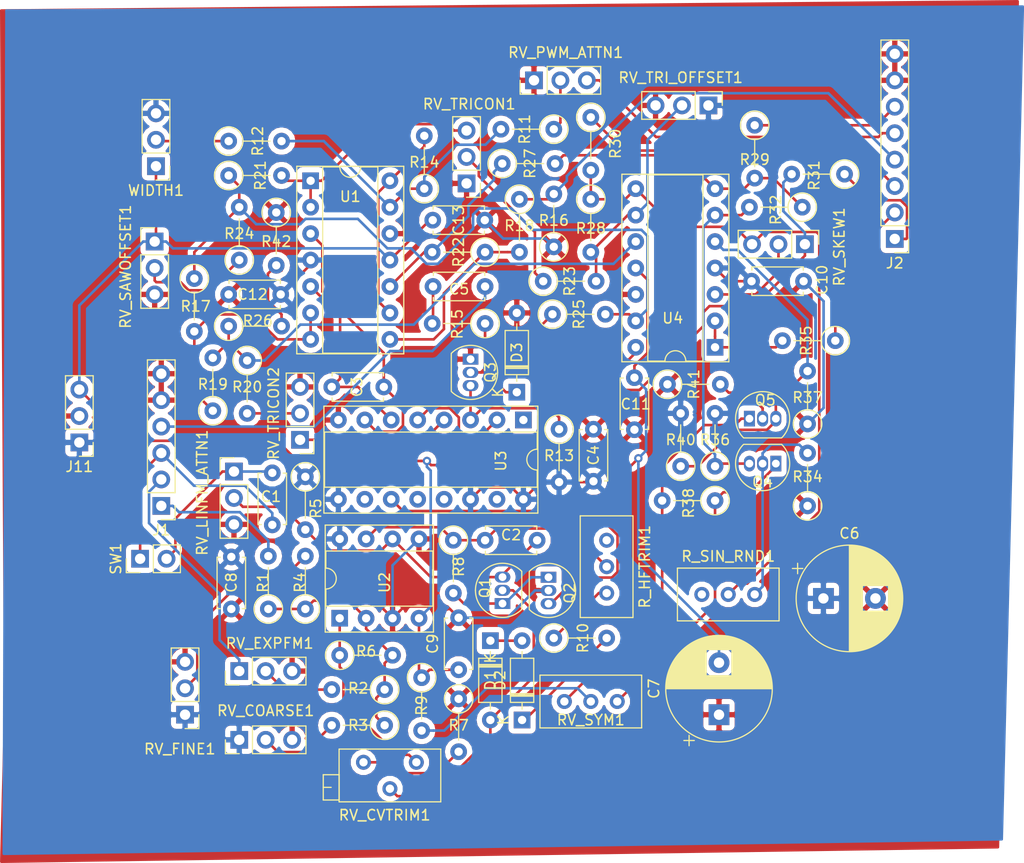
<source format=kicad_pcb>
(kicad_pcb (version 20171130) (host pcbnew "(5.0.1)-rc2")
  (layers (0 F.Cu signal) (31 B.Cu signal) (34 B.Paste user) (35 F.Paste user) (36 B.SilkS user) (37 F.SilkS user) (38 B.Mask user) (39 F.Mask user) (44 Edge.Cuts user))
  (net 0 "")
  (net 1 LINFM)
  (net 2 "Net-(C1-Pad1)")
  (net 3 "Net-(C2-Pad1)")
  (net 4 "Net-(C2-Pad2)")
  (net 5 "Net-(C3-Pad2)")
  (net 6 "Net-(C3-Pad1)")
  (net 7 GND)
  (net 8 +15V)
  (net 9 "Net-(C5-Pad2)")
  (net 10 Sync)
  (net 11 -15V)
  (net 12 "Net-(D1-Pad2)")
  (net 13 "Net-(D2-Pad1)")
  (net 14 "Net-(D3-Pad1)")
  (net 15 1V_OCT)
  (net 16 EXP_FM)
  (net 17 SAW)
  (net 18 RAMP)
  (net 19 TRI)
  (net 20 PULSE)
  (net 21 PWM)
  (net 22 SINE)
  (net 23 "Net-(Q1-Pad1)")
  (net 24 "Net-(Q2-Pad3)")
  (net 25 "Net-(Q3-Pad3)")
  (net 26 "Net-(Q4-Pad1)")
  (net 27 "Net-(Q4-Pad3)")
  (net 28 "Net-(Q4-Pad2)")
  (net 29 "Net-(Q5-Pad2)")
  (net 30 "Net-(Q5-Pad3)")
  (net 31 "Net-(Q5-Pad1)")
  (net 32 "Net-(R1-Pad1)")
  (net 33 "Net-(R2-Pad2)")
  (net 34 "Net-(R3-Pad2)")
  (net 35 "Net-(R4-Pad2)")
  (net 36 "Net-(R6-Pad1)")
  (net 37 "Net-(R7-Pad2)")
  (net 38 "Net-(R9-Pad2)")
  (net 39 "Net-(R10-Pad1)")
  (net 40 "Net-(R11-Pad2)")
  (net 41 "Net-(R11-Pad1)")
  (net 42 "Net-(R12-Pad1)")
  (net 43 "Net-(R14-Pad2)")
  (net 44 "Net-(R17-Pad1)")
  (net 45 "Net-(R17-Pad2)")
  (net 46 "Net-(R18-Pad2)")
  (net 47 "Net-(R19-Pad2)")
  (net 48 "Net-(R20-Pad2)")
  (net 49 "Net-(R21-Pad2)")
  (net 50 "Net-(R22-Pad2)")
  (net 51 "Net-(R23-Pad2)")
  (net 52 "Net-(R23-Pad1)")
  (net 53 "Net-(R24-Pad1)")
  (net 54 "Net-(R25-Pad1)")
  (net 55 "Net-(R26-Pad2)")
  (net 56 "Net-(R27-Pad2)")
  (net 57 "Net-(R28-Pad1)")
  (net 58 "Net-(R35-Pad2)")
  (net 59 "Net-(RV_SKEW1-Pad2)")
  (net 60 "Net-(RV_TRICON2-Pad1)")
  (net 61 "Net-(U3-Pad15)")
  (net 62 "Net-(U3-Pad13)")
  (net 63 "Net-(U3-Pad2)")
  (net 64 "Net-(U3-Pad12)")
  (net 65 "Net-(U3-Pad10)")
  (net 66 "Net-(U3-Pad1)")
  (net 67 "Net-(D1-Pad1)")
  (module Potentiometer_THT:Potentiometer_Bourns_3296W_Vertical (layer F.Cu) (at 137.922 125.095)
    (fp_text reference R_SIN_RND1 (at -2.54 -3.66) (layer F.SilkS))
    (fp_text value 100K)
    (pad 3 thru_hole circle (at -5.08 0) (size 1.44 1.44) (drill 0.8) (layers *.Cu *.Mask))
    (pad 2 thru_hole circle (at -2.54 0) (size 1.44 1.44) (drill 0.8) (layers *.Cu *.Mask) (net 57 "Net-(R28-Pad1)"))
    (pad 1 thru_hole circle (at 0 0) (size 1.44 1.44) (drill 0.8) (layers *.Cu *.Mask) (net 28 "Net-(Q4-Pad2)"))
  )
  (module Diode_THT:D_DO-35_SOD27_P7.62mm_Horizontal (layer F.Cu) (at 115.57 137.16 90)
    (fp_text reference D2 (at 3.81 -2.12 90) (layer F.SilkS))
    (fp_text value 1N4148)
    (fp_text user K (at 0 -1.8 90) (layer F.SilkS))
    (pad 2 thru_hole oval (at 7.62 0 90) (size 1.6 1.6) (drill 0.8) (layers *.Cu *.Mask) (net 67 "Net-(D1-Pad1)"))
    (pad 1 thru_hole rect (at 0 0 90) (size 1.6 1.6) (drill 0.8) (layers *.Cu *.Mask) (net 13 "Net-(D2-Pad1)"))
  )
  (module Resistor_THT:R_Axial_DIN0207_L6.3mm_D2.5mm_P5.08mm_Vertical (layer F.Cu) (at 108.966 119.888 270)
    (fp_text reference R8 (at 2.54 -0.508 270) (layer F.SilkS))
    (fp_text value 12K)
    (pad 2 thru_hole oval (at 5.08 0 270) (size 1.6 1.6) (drill 0.8) (layers *.Cu *.Mask) (net 23 "Net-(Q1-Pad1)"))
    (pad 1 thru_hole circle (at 0 0 270) (size 1.6 1.6) (drill 0.8) (layers *.Cu *.Mask) (net 3 "Net-(C2-Pad1)"))
  )
  (module Resistor_THT:R_Axial_DIN0207_L6.3mm_D2.5mm_P5.08mm_Vertical (layer F.Cu) (at 102.362 134.239 180)
    (fp_text reference R2 (at 2.54 0.127 180) (layer F.SilkS))
    (fp_text value 100K)
    (pad 1 thru_hole circle (at 0 0 180) (size 1.6 1.6) (drill 0.8) (layers *.Cu *.Mask) (net 32 "Net-(R1-Pad1)"))
    (pad 2 thru_hole oval (at 5.08 0 180) (size 1.6 1.6) (drill 0.8) (layers *.Cu *.Mask) (net 33 "Net-(R2-Pad2)"))
  )
  (module Resistor_THT:R_Axial_DIN0207_L6.3mm_D2.5mm_P5.08mm_Vertical (layer F.Cu) (at 109.474 135.128 270)
    (fp_text reference R7 (at 2.54 0) (layer F.SilkS))
    (fp_text value 390R)
    (pad 1 thru_hole circle (at 0 0 270) (size 1.6 1.6) (drill 0.8) (layers *.Cu *.Mask) (net 7 GND))
    (pad 2 thru_hole oval (at 5.08 0 270) (size 1.6 1.6) (drill 0.8) (layers *.Cu *.Mask) (net 37 "Net-(R7-Pad2)"))
  )
  (module Resistor_THT:R_Axial_DIN0207_L6.3mm_D2.5mm_P5.08mm_Vertical (layer F.Cu) (at 112.014 92.202 180)
    (fp_text reference R22 (at 2.54 0 270) (layer F.SilkS))
    (fp_text value 2.2M)
    (pad 1 thru_hole circle (at 0 0 180) (size 1.6 1.6) (drill 0.8) (layers *.Cu *.Mask) (net 46 "Net-(R18-Pad2)"))
    (pad 2 thru_hole oval (at 5.08 0 180) (size 1.6 1.6) (drill 0.8) (layers *.Cu *.Mask) (net 50 "Net-(R22-Pad2)"))
  )
  (module Resistor_THT:R_Axial_DIN0207_L6.3mm_D2.5mm_P5.08mm_Vertical (layer F.Cu) (at 117.602 94.996)
    (fp_text reference R23 (at 2.54 0 90) (layer F.SilkS))
    (fp_text value 33K)
    (pad 2 thru_hole oval (at 5.08 0) (size 1.6 1.6) (drill 0.8) (layers *.Cu *.Mask) (net 51 "Net-(R23-Pad2)"))
    (pad 1 thru_hole circle (at 0 0) (size 1.6 1.6) (drill 0.8) (layers *.Cu *.Mask) (net 52 "Net-(R23-Pad1)"))
  )
  (module Resistor_THT:R_Axial_DIN0207_L6.3mm_D2.5mm_P5.08mm_Vertical (layer F.Cu) (at 88.392 92.964 90)
    (fp_text reference R24 (at 2.54 0 180) (layer F.SilkS))
    (fp_text value 220K)
    (pad 1 thru_hole circle (at 0 0 90) (size 1.6 1.6) (drill 0.8) (layers *.Cu *.Mask) (net 53 "Net-(R24-Pad1)"))
    (pad 2 thru_hole oval (at 5.08 0 90) (size 1.6 1.6) (drill 0.8) (layers *.Cu *.Mask) (net 44 "Net-(R17-Pad1)"))
  )
  (module Resistor_THT:R_Axial_DIN0207_L6.3mm_D2.5mm_P5.08mm_Vertical (layer F.Cu) (at 118.491 98.171)
    (fp_text reference R25 (at 2.54 0 90) (layer F.SilkS))
    (fp_text value 100K)
    (pad 2 thru_hole oval (at 5.08 0) (size 1.6 1.6) (drill 0.8) (layers *.Cu *.Mask) (net 44 "Net-(R17-Pad1)"))
    (pad 1 thru_hole circle (at 0 0) (size 1.6 1.6) (drill 0.8) (layers *.Cu *.Mask) (net 54 "Net-(R25-Pad1)"))
  )
  (module Resistor_THT:R_Axial_DIN0207_L6.3mm_D2.5mm_P5.08mm_Vertical (layer F.Cu) (at 87.376 99.314)
    (fp_text reference R26 (at 2.794 -0.508) (layer F.SilkS))
    (fp_text value 100K)
    (pad 1 thru_hole circle (at 0 0) (size 1.6 1.6) (drill 0.8) (layers *.Cu *.Mask) (net 47 "Net-(R19-Pad2)"))
    (pad 2 thru_hole oval (at 5.08 0) (size 1.6 1.6) (drill 0.8) (layers *.Cu *.Mask) (net 55 "Net-(R26-Pad2)"))
  )
  (module Resistor_THT:R_Axial_DIN0207_L6.3mm_D2.5mm_P5.08mm_Vertical (layer F.Cu) (at 113.665 83.693)
    (fp_text reference R27 (at 2.667 0 90) (layer F.SilkS))
    (fp_text value 2.2K)
    (pad 2 thru_hole oval (at 5.08 0) (size 1.6 1.6) (drill 0.8) (layers *.Cu *.Mask) (net 56 "Net-(R27-Pad2)"))
    (pad 1 thru_hole circle (at 0 0) (size 1.6 1.6) (drill 0.8) (layers *.Cu *.Mask) (net 50 "Net-(R22-Pad2)"))
  )
  (module Resistor_THT:R_Axial_DIN0207_L6.3mm_D2.5mm_P5.08mm_Vertical (layer F.Cu) (at 122.174 87.122 270)
    (fp_text reference R28 (at 2.794 0) (layer F.SilkS))
    (fp_text value 100K)
    (pad 1 thru_hole circle (at 0 0 270) (size 1.6 1.6) (drill 0.8) (layers *.Cu *.Mask) (net 57 "Net-(R28-Pad1)"))
    (pad 2 thru_hole oval (at 5.08 0 270) (size 1.6 1.6) (drill 0.8) (layers *.Cu *.Mask) (net 51 "Net-(R23-Pad2)"))
  )
  (module Resistor_THT:R_Axial_DIN0207_L6.3mm_D2.5mm_P5.08mm_Vertical (layer F.Cu) (at 137.922 80.01 270)
    (fp_text reference R29 (at 3.302 0) (layer F.SilkS))
    (fp_text value 1K)
    (pad 2 thru_hole oval (at 5.08 0 270) (size 1.6 1.6) (drill 0.8) (layers *.Cu *.Mask) (net 56 "Net-(R27-Pad2)"))
    (pad 1 thru_hole circle (at 0 0 270) (size 1.6 1.6) (drill 0.8) (layers *.Cu *.Mask) (net 22 SINE))
  )
  (module Resistor_THT:R_Axial_DIN0207_L6.3mm_D2.5mm_P5.08mm_Vertical (layer F.Cu) (at 142.494 87.884 180)
    (fp_text reference R32 (at 2.54 -0.254 270) (layer F.SilkS))
    (fp_text value 10K)
    (pad 2 thru_hole oval (at 5.08 0 180) (size 1.6 1.6) (drill 0.8) (layers *.Cu *.Mask) (net 27 "Net-(Q4-Pad3)"))
    (pad 1 thru_hole circle (at 0 0 180) (size 1.6 1.6) (drill 0.8) (layers *.Cu *.Mask) (net 56 "Net-(R27-Pad2)"))
  )
  (module Resistor_THT:R_Axial_DIN0207_L6.3mm_D2.5mm_P5.08mm_Vertical (layer F.Cu) (at 143.002 116.586 90)
    (fp_text reference R34 (at 2.794 0 180) (layer F.SilkS))
    (fp_text value 2.2K)
    (pad 1 thru_hole circle (at 0 0 90) (size 1.6 1.6) (drill 0.8) (layers *.Cu *.Mask) (net 7 GND))
    (pad 2 thru_hole oval (at 5.08 0 90) (size 1.6 1.6) (drill 0.8) (layers *.Cu *.Mask) (net 28 "Net-(Q4-Pad2)"))
  )
  (module Resistor_THT:R_Axial_DIN0207_L6.3mm_D2.5mm_P5.08mm_Vertical (layer F.Cu) (at 145.669 100.711 180)
    (fp_text reference R35 (at 2.794 0 270) (layer F.SilkS))
    (fp_text value 1K)
    (pad 2 thru_hole oval (at 5.08 0 180) (size 1.6 1.6) (drill 0.8) (layers *.Cu *.Mask) (net 58 "Net-(R35-Pad2)"))
    (pad 1 thru_hole circle (at 0 0 180) (size 1.6 1.6) (drill 0.8) (layers *.Cu *.Mask) (net 18 RAMP))
  )
  (module Resistor_THT:R_Axial_DIN0207_L6.3mm_D2.5mm_P5.08mm_Vertical (layer F.Cu) (at 134.112 112.776 90)
    (fp_text reference R36 (at 2.54 0 180) (layer F.SilkS))
    (fp_text value 10K)
    (pad 1 thru_hole circle (at 0 0 90) (size 1.6 1.6) (drill 0.8) (layers *.Cu *.Mask) (net 27 "Net-(Q4-Pad3)"))
    (pad 2 thru_hole oval (at 5.08 0 90) (size 1.6 1.6) (drill 0.8) (layers *.Cu *.Mask) (net 8 +15V))
  )
  (module Resistor_THT:R_Axial_DIN0207_L6.3mm_D2.5mm_P5.08mm_Vertical (layer F.Cu) (at 143.002 108.712 90)
    (fp_text reference R37 (at 2.54 0 180) (layer F.SilkS))
    (fp_text value 10K)
    (pad 2 thru_hole oval (at 5.08 0 90) (size 1.6 1.6) (drill 0.8) (layers *.Cu *.Mask) (net 30 "Net-(Q5-Pad3)"))
    (pad 1 thru_hole circle (at 0 0 90) (size 1.6 1.6) (drill 0.8) (layers *.Cu *.Mask) (net 7 GND))
  )
  (module Resistor_THT:R_Axial_DIN0207_L6.3mm_D2.5mm_P5.08mm_Vertical (layer F.Cu) (at 134.112 116.078 180)
    (fp_text reference R38 (at 2.54 -0.254 270) (layer F.SilkS))
    (fp_text value 390R)
    (pad 1 thru_hole circle (at 0 0 180) (size 1.6 1.6) (drill 0.8) (layers *.Cu *.Mask) (net 26 "Net-(Q4-Pad1)"))
    (pad 2 thru_hole oval (at 5.08 0 180) (size 1.6 1.6) (drill 0.8) (layers *.Cu *.Mask) (net 31 "Net-(Q5-Pad1)"))
  )
  (module Resistor_THT:R_Axial_DIN0207_L6.3mm_D2.5mm_P5.08mm_Vertical (layer F.Cu) (at 130.81 112.776 90)
    (fp_text reference R40 (at 2.54 0 180) (layer F.SilkS))
    (fp_text value 10K)
    (pad 2 thru_hole oval (at 5.08 0 90) (size 1.6 1.6) (drill 0.8) (layers *.Cu *.Mask) (net 8 +15V))
    (pad 1 thru_hole circle (at 0 0 90) (size 1.6 1.6) (drill 0.8) (layers *.Cu *.Mask) (net 30 "Net-(Q5-Pad3)"))
  )
  (module Resistor_THT:R_Axial_DIN0207_L6.3mm_D2.5mm_P5.08mm_Vertical (layer F.Cu) (at 129.54 104.902)
    (fp_text reference R41 (at 2.54 0 90) (layer F.SilkS))
    (fp_text value 2.2K)
    (pad 1 thru_hole circle (at 0 0) (size 1.6 1.6) (drill 0.8) (layers *.Cu *.Mask) (net 7 GND))
    (pad 2 thru_hole oval (at 5.08 0) (size 1.6 1.6) (drill 0.8) (layers *.Cu *.Mask) (net 29 "Net-(Q5-Pad2)"))
  )
  (module Resistor_THT:R_Axial_DIN0207_L6.3mm_D2.5mm_P5.08mm_Vertical (layer F.Cu) (at 91.948 88.392 270)
    (fp_text reference R42 (at 2.794 0) (layer F.SilkS))
    (fp_text value 20K)
    (pad 2 thru_hole oval (at 5.08 0 270) (size 1.6 1.6) (drill 0.8) (layers *.Cu *.Mask) (net 55 "Net-(R26-Pad2)"))
    (pad 1 thru_hole circle (at 0 0 270) (size 1.6 1.6) (drill 0.8) (layers *.Cu *.Mask) (net 7 GND))
  )
  (module Resistor_THT:R_Axial_DIN0207_L6.3mm_D2.5mm_P5.08mm_Vertical (layer F.Cu) (at 146.558 84.709 180)
    (fp_text reference R31 (at 2.921 -0.127 270) (layer F.SilkS))
    (fp_text value 1K)
    (pad 1 thru_hole circle (at 0 0 180) (size 1.6 1.6) (drill 0.8) (layers *.Cu *.Mask) (net 17 SAW))
    (pad 2 thru_hole oval (at 5.08 0 180) (size 1.6 1.6) (drill 0.8) (layers *.Cu *.Mask) (net 54 "Net-(R25-Pad1)"))
  )
  (module Resistor_THT:R_Axial_DIN0207_L6.3mm_D2.5mm_P5.08mm_Vertical (layer F.Cu) (at 122.174 79.248 270)
    (fp_text reference R30 (at 2.54 -2.37 270) (layer F.SilkS))
    (fp_text value 1K)
    (pad 2 thru_hole oval (at 5.08 0 270) (size 1.6 1.6) (drill 0.8) (layers *.Cu *.Mask) (net 57 "Net-(R28-Pad1)"))
    (pad 1 thru_hole circle (at 0 0 270) (size 1.6 1.6) (drill 0.8) (layers *.Cu *.Mask) (net 19 TRI))
  )
  (module Resistor_THT:R_Axial_DIN0207_L6.3mm_D2.5mm_P5.08mm_Vertical (layer F.Cu) (at 118.618 91.694 90)
    (fp_text reference R16 (at 2.54 0 180) (layer F.SilkS))
    (fp_text value 1.8K)
    (pad 1 thru_hole circle (at 0 0 90) (size 1.6 1.6) (drill 0.8) (layers *.Cu *.Mask) (net 7 GND))
    (pad 2 thru_hole oval (at 5.08 0 90) (size 1.6 1.6) (drill 0.8) (layers *.Cu *.Mask) (net 20 PULSE))
  )
  (module Resistor_THT:R_Axial_DIN0207_L6.3mm_D2.5mm_P5.08mm_Vertical (layer F.Cu) (at 112.014 99.06 180)
    (fp_text reference R15 (at 2.667 -0.0635 270) (layer F.SilkS))
    (fp_text value 100K)
    (pad 2 thru_hole oval (at 5.08 0 180) (size 1.6 1.6) (drill 0.8) (layers *.Cu *.Mask) (net 9 "Net-(C5-Pad2)"))
    (pad 1 thru_hole circle (at 0 0 180) (size 1.6 1.6) (drill 0.8) (layers *.Cu *.Mask) (net 14 "Net-(D3-Pad1)"))
  )
  (module Resistor_THT:R_Axial_DIN0207_L6.3mm_D2.5mm_P5.08mm_Vertical (layer F.Cu) (at 106.172 86.106 90)
    (fp_text reference R14 (at 2.54 0 180) (layer F.SilkS))
    (fp_text value 120K)
    (pad 1 thru_hole circle (at 0 0 90) (size 1.6 1.6) (drill 0.8) (layers *.Cu *.Mask) (net 40 "Net-(R11-Pad2)"))
    (pad 2 thru_hole oval (at 5.08 0 90) (size 1.6 1.6) (drill 0.8) (layers *.Cu *.Mask) (net 43 "Net-(R14-Pad2)"))
  )
  (module Resistor_THT:R_Axial_DIN0207_L6.3mm_D2.5mm_P5.08mm_Vertical (layer F.Cu) (at 119.126 109.22 270)
    (fp_text reference R13 (at 2.54 0) (layer F.SilkS))
    (fp_text value 4.7K)
    (pad 2 thru_hole oval (at 5.08 0 270) (size 1.6 1.6) (drill 0.8) (layers *.Cu *.Mask) (net 8 +15V))
    (pad 1 thru_hole circle (at 0 0 270) (size 1.6 1.6) (drill 0.8) (layers *.Cu *.Mask) (net 25 "Net-(Q3-Pad3)"))
  )
  (module Resistor_THT:R_Axial_DIN0207_L6.3mm_D2.5mm_P5.08mm_Vertical (layer F.Cu) (at 87.376 81.534)
    (fp_text reference R12 (at 2.794 0 90) (layer F.SilkS))
    (fp_text value 330K)
    (pad 1 thru_hole circle (at 0 0) (size 1.6 1.6) (drill 0.8) (layers *.Cu *.Mask) (net 42 "Net-(R12-Pad1)"))
    (pad 2 thru_hole oval (at 5.08 0) (size 1.6 1.6) (drill 0.8) (layers *.Cu *.Mask) (net 40 "Net-(R11-Pad2)"))
  )
  (module Resistor_THT:R_Axial_DIN0207_L6.3mm_D2.5mm_P5.08mm_Vertical (layer F.Cu) (at 118.618 80.391 180)
    (fp_text reference R11 (at 2.794 0 270) (layer F.SilkS))
    (fp_text value 100K)
    (pad 1 thru_hole circle (at 0 0 180) (size 1.6 1.6) (drill 0.8) (layers *.Cu *.Mask) (net 41 "Net-(R11-Pad1)"))
    (pad 2 thru_hole oval (at 5.08 0 180) (size 1.6 1.6) (drill 0.8) (layers *.Cu *.Mask) (net 40 "Net-(R11-Pad2)"))
  )
  (module Resistor_THT:R_Axial_DIN0207_L6.3mm_D2.5mm_P5.08mm_Vertical (layer F.Cu) (at 118.618 129.286)
    (fp_text reference R10 (at 2.794 0 90) (layer F.SilkS))
    (fp_text value 10K)
    (pad 1 thru_hole circle (at 0 0) (size 1.6 1.6) (drill 0.8) (layers *.Cu *.Mask) (net 39 "Net-(R10-Pad1)"))
    (pad 2 thru_hole oval (at 5.08 0) (size 1.6 1.6) (drill 0.8) (layers *.Cu *.Mask) (net 13 "Net-(D2-Pad1)"))
  )
  (module Resistor_THT:R_Axial_DIN0207_L6.3mm_D2.5mm_P5.08mm_Vertical (layer F.Cu) (at 105.918 133.096 270)
    (fp_text reference R9 (at 2.667 0 270) (layer F.SilkS))
    (fp_text value 18K)
    (pad 2 thru_hole oval (at 5.08 0 270) (size 1.6 1.6) (drill 0.8) (layers *.Cu *.Mask) (net 38 "Net-(R9-Pad2)"))
    (pad 1 thru_hole circle (at 0 0 270) (size 1.6 1.6) (drill 0.8) (layers *.Cu *.Mask) (net 11 -15V))
  )
  (module Resistor_THT:R_Axial_DIN0207_L6.3mm_D2.5mm_P5.08mm_Vertical (layer F.Cu) (at 89.154 102.616 270)
    (fp_text reference R20 (at 2.54 0) (layer F.SilkS))
    (fp_text value 100K)
    (pad 1 thru_hole circle (at 0 0 270) (size 1.6 1.6) (drill 0.8) (layers *.Cu *.Mask) (net 47 "Net-(R19-Pad2)"))
    (pad 2 thru_hole oval (at 5.08 0 270) (size 1.6 1.6) (drill 0.8) (layers *.Cu *.Mask) (net 48 "Net-(R20-Pad2)"))
  )
  (module Resistor_THT:R_Axial_DIN0207_L6.3mm_D2.5mm_P5.08mm_Vertical (layer F.Cu) (at 84.074 94.742 270)
    (fp_text reference R17 (at 2.667 -0.127) (layer F.SilkS))
    (fp_text value 75K)
    (pad 2 thru_hole oval (at 5.08 0 270) (size 1.6 1.6) (drill 0.8) (layers *.Cu *.Mask) (net 45 "Net-(R17-Pad2)"))
    (pad 1 thru_hole circle (at 0 0 270) (size 1.6 1.6) (drill 0.8) (layers *.Cu *.Mask) (net 44 "Net-(R17-Pad1)"))
  )
  (module Resistor_THT:R_Axial_DIN0207_L6.3mm_D2.5mm_P5.08mm_Vertical (layer F.Cu) (at 98.044 130.937)
    (fp_text reference R6 (at 2.54 -0.381) (layer F.SilkS))
    (fp_text value "2K tempco")
    (pad 1 thru_hole circle (at 0 0) (size 1.6 1.6) (drill 0.8) (layers *.Cu *.Mask) (net 36 "Net-(R6-Pad1)"))
    (pad 2 thru_hole oval (at 5.08 0) (size 1.6 1.6) (drill 0.8) (layers *.Cu *.Mask) (net 32 "Net-(R1-Pad1)"))
  )
  (module Resistor_THT:R_Axial_DIN0207_L6.3mm_D2.5mm_P5.08mm_Vertical (layer F.Cu) (at 94.742 113.792 270)
    (fp_text reference R5 (at 3.048 -1.016 270) (layer F.SilkS))
    (fp_text value 1.5M)
    (pad 2 thru_hole oval (at 5.08 0 270) (size 1.6 1.6) (drill 0.8) (layers *.Cu *.Mask) (net 4 "Net-(C2-Pad2)"))
    (pad 1 thru_hole circle (at 0 0 270) (size 1.6 1.6) (drill 0.8) (layers *.Cu *.Mask) (net 8 +15V))
  )
  (module Resistor_THT:R_Axial_DIN0207_L6.3mm_D2.5mm_P5.08mm_Vertical (layer F.Cu) (at 94.742 126.492 90)
    (fp_text reference R4 (at 2.54 -0.508 90) (layer F.SilkS))
    (fp_text value 3.3M)
    (pad 1 thru_hole circle (at 0 0 90) (size 1.6 1.6) (drill 0.8) (layers *.Cu *.Mask) (net 32 "Net-(R1-Pad1)"))
    (pad 2 thru_hole oval (at 5.08 0 90) (size 1.6 1.6) (drill 0.8) (layers *.Cu *.Mask) (net 35 "Net-(R4-Pad2)"))
  )
  (module Resistor_THT:R_Axial_DIN0207_L6.3mm_D2.5mm_P5.08mm_Vertical (layer F.Cu) (at 102.362 137.668 180)
    (fp_text reference R3 (at 2.54 0 180) (layer F.SilkS))
    (fp_text value 100K)
    (pad 2 thru_hole oval (at 5.08 0 180) (size 1.6 1.6) (drill 0.8) (layers *.Cu *.Mask) (net 34 "Net-(R3-Pad2)"))
    (pad 1 thru_hole circle (at 0 0 180) (size 1.6 1.6) (drill 0.8) (layers *.Cu *.Mask) (net 32 "Net-(R1-Pad1)"))
  )
  (module Resistor_THT:R_Axial_DIN0207_L6.3mm_D2.5mm_P5.08mm_Vertical (layer F.Cu) (at 91.186 126.492 90)
    (fp_text reference R1 (at 2.54 -0.508 90) (layer F.SilkS))
    (fp_text value 100K)
    (pad 2 thru_hole oval (at 5.08 0 90) (size 1.6 1.6) (drill 0.8) (layers *.Cu *.Mask) (net 15 1V_OCT))
    (pad 1 thru_hole circle (at 0 0 90) (size 1.6 1.6) (drill 0.8) (layers *.Cu *.Mask) (net 32 "Net-(R1-Pad1)"))
  )
  (module Resistor_THT:R_Axial_DIN0207_L6.3mm_D2.5mm_P5.08mm_Vertical (layer F.Cu) (at 115.316 87.122 270)
    (fp_text reference R18 (at 2.54 0) (layer F.SilkS))
    (fp_text value 3K)
    (pad 1 thru_hole circle (at 0 0 270) (size 1.6 1.6) (drill 0.8) (layers *.Cu *.Mask) (net 20 PULSE))
    (pad 2 thru_hole oval (at 5.08 0 270) (size 1.6 1.6) (drill 0.8) (layers *.Cu *.Mask) (net 46 "Net-(R18-Pad2)"))
  )
  (module Resistor_THT:R_Axial_DIN0207_L6.3mm_D2.5mm_P5.08mm_Vertical (layer F.Cu) (at 85.852 107.442 90)
    (fp_text reference R19 (at 2.54 0 180) (layer F.SilkS))
    (fp_text value 75K)
    (pad 2 thru_hole oval (at 5.08 0 90) (size 1.6 1.6) (drill 0.8) (layers *.Cu *.Mask) (net 47 "Net-(R19-Pad2)"))
    (pad 1 thru_hole circle (at 0 0 90) (size 1.6 1.6) (drill 0.8) (layers *.Cu *.Mask) (net 45 "Net-(R17-Pad2)"))
  )
  (module Resistor_THT:R_Axial_DIN0207_L6.3mm_D2.5mm_P5.08mm_Vertical (layer F.Cu) (at 87.376 84.836)
    (fp_text reference R21 (at 3.048 0 90) (layer F.SilkS))
    (fp_text value 75K)
    (pad 1 thru_hole circle (at 0 0) (size 1.6 1.6) (drill 0.8) (layers *.Cu *.Mask) (net 44 "Net-(R17-Pad1)"))
    (pad 2 thru_hole oval (at 5.08 0) (size 1.6 1.6) (drill 0.8) (layers *.Cu *.Mask) (net 49 "Net-(R21-Pad2)"))
  )
  (module Capacitor_THT:CP_Radial_D10.0mm_P5.00mm (layer F.Cu) (at 144.526 125.476)
    (fp_text reference C6 (at 2.5 -6.25) (layer F.SilkS))
    (fp_text value 10uF)
    (pad 2 thru_hole circle (at 5 0) (size 2 2) (drill 1) (layers *.Cu *.Mask) (net 7 GND))
    (pad 1 thru_hole rect (at 0 0) (size 2 2) (drill 1) (layers *.Cu *.Mask) (net 8 +15V))
  )
  (module Capacitor_THT:CP_Radial_D10.0mm_P5.00mm (layer F.Cu) (at 134.493 136.652 90)
    (fp_text reference C7 (at 2.5 -6.25 90) (layer F.SilkS))
    (fp_text value 10uF)
    (pad 1 thru_hole rect (at 0 0 90) (size 2 2) (drill 1) (layers *.Cu *.Mask) (net 7 GND))
    (pad 2 thru_hole circle (at 5 0 90) (size 2 2) (drill 1) (layers *.Cu *.Mask) (net 11 -15V))
  )
  (module Package_DIP:DIP-14_W7.62mm_Socket (layer F.Cu) (at 134.112 101.346 180)
    (fp_text reference U4 (at 4.064 2.794 180) (layer F.SilkS))
    (fp_text value TL074)
    (pad 14 thru_hole oval (at 7.62 0 180) (size 1.6 1.6) (drill 0.8) (layers *.Cu *.Mask) (net 54 "Net-(R25-Pad1)"))
    (pad 7 thru_hole oval (at 0 15.24 180) (size 1.6 1.6) (drill 0.8) (layers *.Cu *.Mask) (net 56 "Net-(R27-Pad2)"))
    (pad 13 thru_hole oval (at 7.62 2.54 180) (size 1.6 1.6) (drill 0.8) (layers *.Cu *.Mask) (net 44 "Net-(R17-Pad1)"))
    (pad 6 thru_hole oval (at 0 12.7 180) (size 1.6 1.6) (drill 0.8) (layers *.Cu *.Mask) (net 27 "Net-(Q4-Pad3)"))
    (pad 12 thru_hole oval (at 7.62 5.08 180) (size 1.6 1.6) (drill 0.8) (layers *.Cu *.Mask) (net 7 GND))
    (pad 5 thru_hole oval (at 0 10.16 180) (size 1.6 1.6) (drill 0.8) (layers *.Cu *.Mask) (net 30 "Net-(Q5-Pad3)"))
    (pad 11 thru_hole oval (at 7.62 7.62 180) (size 1.6 1.6) (drill 0.8) (layers *.Cu *.Mask) (net 11 -15V))
    (pad 4 thru_hole oval (at 0 7.62 180) (size 1.6 1.6) (drill 0.8) (layers *.Cu *.Mask) (net 8 +15V))
    (pad 10 thru_hole oval (at 7.62 10.16 180) (size 1.6 1.6) (drill 0.8) (layers *.Cu *.Mask) (net 47 "Net-(R19-Pad2)"))
    (pad 3 thru_hole oval (at 0 5.08 180) (size 1.6 1.6) (drill 0.8) (layers *.Cu *.Mask) (net 59 "Net-(RV_SKEW1-Pad2)"))
    (pad 9 thru_hole oval (at 7.62 12.7 180) (size 1.6 1.6) (drill 0.8) (layers *.Cu *.Mask) (net 51 "Net-(R23-Pad2)"))
    (pad 2 thru_hole oval (at 0 2.54 180) (size 1.6 1.6) (drill 0.8) (layers *.Cu *.Mask) (net 58 "Net-(R35-Pad2)"))
    (pad 8 thru_hole oval (at 7.62 15.24 180) (size 1.6 1.6) (drill 0.8) (layers *.Cu *.Mask) (net 57 "Net-(R28-Pad1)"))
    (pad 1 thru_hole rect (at 0 0 180) (size 1.6 1.6) (drill 0.8) (layers *.Cu *.Mask) (net 58 "Net-(R35-Pad2)"))
  )
  (module Package_DIP:DIP-14_W7.62mm_Socket (layer F.Cu) (at 95.25 85.344)
    (fp_text reference U1 (at 3.81 1.524) (layer F.SilkS))
    (fp_text value TL074)
    (pad 1 thru_hole rect (at 0 0) (size 1.6 1.6) (drill 0.8) (layers *.Cu *.Mask) (net 49 "Net-(R21-Pad2)"))
    (pad 8 thru_hole oval (at 7.62 15.24) (size 1.6 1.6) (drill 0.8) (layers *.Cu *.Mask) (net 46 "Net-(R18-Pad2)"))
    (pad 2 thru_hole oval (at 0 2.54) (size 1.6 1.6) (drill 0.8) (layers *.Cu *.Mask) (net 49 "Net-(R21-Pad2)"))
    (pad 9 thru_hole oval (at 7.62 12.7) (size 1.6 1.6) (drill 0.8) (layers *.Cu *.Mask) (net 43 "Net-(R14-Pad2)"))
    (pad 3 thru_hole oval (at 0 5.08) (size 1.6 1.6) (drill 0.8) (layers *.Cu *.Mask) (net 5 "Net-(C3-Pad2)"))
    (pad 10 thru_hole oval (at 7.62 10.16) (size 1.6 1.6) (drill 0.8) (layers *.Cu *.Mask) (net 50 "Net-(R22-Pad2)"))
    (pad 4 thru_hole oval (at 0 7.62) (size 1.6 1.6) (drill 0.8) (layers *.Cu *.Mask) (net 8 +15V))
    (pad 11 thru_hole oval (at 7.62 7.62) (size 1.6 1.6) (drill 0.8) (layers *.Cu *.Mask) (net 11 -15V))
    (pad 5 thru_hole oval (at 0 10.16) (size 1.6 1.6) (drill 0.8) (layers *.Cu *.Mask) (net 6 "Net-(C3-Pad1)"))
    (pad 12 thru_hole oval (at 7.62 5.08) (size 1.6 1.6) (drill 0.8) (layers *.Cu *.Mask) (net 7 GND))
    (pad 6 thru_hole oval (at 0 12.7) (size 1.6 1.6) (drill 0.8) (layers *.Cu *.Mask) (net 45 "Net-(R17-Pad2)"))
    (pad 13 thru_hole oval (at 7.62 2.54) (size 1.6 1.6) (drill 0.8) (layers *.Cu *.Mask) (net 40 "Net-(R11-Pad2)"))
    (pad 7 thru_hole oval (at 0 15.24) (size 1.6 1.6) (drill 0.8) (layers *.Cu *.Mask) (net 45 "Net-(R17-Pad2)"))
    (pad 14 thru_hole oval (at 7.62 0) (size 1.6 1.6) (drill 0.8) (layers *.Cu *.Mask) (net 43 "Net-(R14-Pad2)"))
  )
  (module Capacitor_THT:C_Disc_D4.7mm_W2.5mm_P5.00mm (layer F.Cu) (at 91.567 113.411 270)
    (fp_text reference C1 (at 2.286 0.127) (layer F.SilkS))
    (fp_text value 220nF)
    (pad 2 thru_hole circle (at 5 0 270) (size 1.6 1.6) (drill 0.8) (layers *.Cu *.Mask) (net 1 LINFM))
    (pad 1 thru_hole circle (at 0 0 270) (size 1.6 1.6) (drill 0.8) (layers *.Cu *.Mask) (net 2 "Net-(C1-Pad1)"))
  )
  (module Capacitor_THT:C_Disc_D4.7mm_W2.5mm_P5.00mm (layer F.Cu) (at 112.014 119.888)
    (fp_text reference C2 (at 2.5 -0.508) (layer F.SilkS))
    (fp_text value 100pF)
    (pad 2 thru_hole circle (at 5 0) (size 1.6 1.6) (drill 0.8) (layers *.Cu *.Mask) (net 4 "Net-(C2-Pad2)"))
    (pad 1 thru_hole circle (at 0 0) (size 1.6 1.6) (drill 0.8) (layers *.Cu *.Mask) (net 3 "Net-(C2-Pad1)"))
  )
  (module Capacitor_THT:C_Disc_D4.7mm_W2.5mm_P5.00mm (layer F.Cu) (at 97.282 105.156)
    (fp_text reference C3 (at 2.413 0 90) (layer F.SilkS))
    (fp_text value 10nF)
    (pad 2 thru_hole circle (at 5 0) (size 1.6 1.6) (drill 0.8) (layers *.Cu *.Mask) (net 5 "Net-(C3-Pad2)"))
    (pad 1 thru_hole circle (at 0 0) (size 1.6 1.6) (drill 0.8) (layers *.Cu *.Mask) (net 6 "Net-(C3-Pad1)"))
  )
  (module Capacitor_THT:C_Disc_D4.7mm_W2.5mm_P5.00mm (layer F.Cu) (at 122.428 109.22 270)
    (fp_text reference C4 (at 2.5 0 270) (layer F.SilkS))
    (fp_text value 100nF)
    (pad 2 thru_hole circle (at 5 0 270) (size 1.6 1.6) (drill 0.8) (layers *.Cu *.Mask) (net 8 +15V))
    (pad 1 thru_hole circle (at 0 0 270) (size 1.6 1.6) (drill 0.8) (layers *.Cu *.Mask) (net 7 GND))
  )
  (module Capacitor_THT:C_Disc_D4.7mm_W2.5mm_P5.00mm (layer F.Cu) (at 112.014 95.504 180)
    (fp_text reference C5 (at 2.5 -0.254 180) (layer F.SilkS))
    (fp_text value 470pF)
    (pad 2 thru_hole circle (at 5 0 180) (size 1.6 1.6) (drill 0.8) (layers *.Cu *.Mask) (net 9 "Net-(C5-Pad2)"))
    (pad 1 thru_hole circle (at 0 0 180) (size 1.6 1.6) (drill 0.8) (layers *.Cu *.Mask) (net 10 Sync))
  )
  (module Capacitor_THT:C_Disc_D4.7mm_W2.5mm_P5.00mm (layer F.Cu) (at 87.63 126.492 90)
    (fp_text reference C8 (at 2.54 0 90) (layer F.SilkS))
    (fp_text value 10nF)
    (pad 2 thru_hole circle (at 5 0 90) (size 1.6 1.6) (drill 0.8) (layers *.Cu *.Mask) (net 8 +15V))
    (pad 1 thru_hole circle (at 0 0 90) (size 1.6 1.6) (drill 0.8) (layers *.Cu *.Mask) (net 7 GND))
  )
  (module Capacitor_THT:C_Disc_D4.7mm_W2.5mm_P5.00mm (layer F.Cu) (at 109.474 132.334 90)
    (fp_text reference C9 (at 2.5 -2.5 90) (layer F.SilkS))
    (fp_text value 10nF)
    (pad 2 thru_hole circle (at 5 0 90) (size 1.6 1.6) (drill 0.8) (layers *.Cu *.Mask) (net 7 GND))
    (pad 1 thru_hole circle (at 0 0 90) (size 1.6 1.6) (drill 0.8) (layers *.Cu *.Mask) (net 11 -15V))
  )
  (module Capacitor_THT:C_Disc_D4.7mm_W2.5mm_P5.00mm (layer F.Cu) (at 142.621 94.996 180)
    (fp_text reference C10 (at -1.778 0.127 90) (layer F.SilkS))
    (fp_text value 10nF)
    (pad 2 thru_hole circle (at 5 0 180) (size 1.6 1.6) (drill 0.8) (layers *.Cu *.Mask) (net 8 +15V))
    (pad 1 thru_hole circle (at 0 0 180) (size 1.6 1.6) (drill 0.8) (layers *.Cu *.Mask) (net 7 GND))
  )
  (module Capacitor_THT:C_Disc_D4.7mm_W2.5mm_P5.00mm (layer F.Cu) (at 126.365 104.267 270)
    (fp_text reference C11 (at 2.54 -0.127) (layer F.SilkS))
    (fp_text value 10nF)
    (pad 2 thru_hole circle (at 5 0 270) (size 1.6 1.6) (drill 0.8) (layers *.Cu *.Mask) (net 7 GND))
    (pad 1 thru_hole circle (at 0 0 270) (size 1.6 1.6) (drill 0.8) (layers *.Cu *.Mask) (net 11 -15V))
  )
  (module Capacitor_THT:C_Disc_D4.7mm_W2.5mm_P5.00mm (layer F.Cu) (at 87.376 96.266)
    (fp_text reference C12 (at 2.286 0) (layer F.SilkS))
    (fp_text value 10nF)
    (pad 2 thru_hole circle (at 5 0) (size 1.6 1.6) (drill 0.8) (layers *.Cu *.Mask) (net 8 +15V))
    (pad 1 thru_hole circle (at 0 0) (size 1.6 1.6) (drill 0.8) (layers *.Cu *.Mask) (net 7 GND))
  )
  (module Capacitor_THT:C_Disc_D4.7mm_W2.5mm_P5.00mm (layer F.Cu) (at 106.986001 89.130001)
    (fp_text reference C13 (at 2.487999 0.023999 90) (layer F.SilkS))
    (fp_text value 10nF)
    (pad 2 thru_hole circle (at 5 0) (size 1.6 1.6) (drill 0.8) (layers *.Cu *.Mask) (net 7 GND))
    (pad 1 thru_hole circle (at 0 0) (size 1.6 1.6) (drill 0.8) (layers *.Cu *.Mask) (net 11 -15V))
  )
  (module Diode_THT:D_DO-35_SOD27_P7.62mm_Horizontal (layer F.Cu) (at 112.522 129.54 270)
    (fp_text reference D1 (at 3.81 0 270) (layer F.SilkS))
    (fp_text value 1N4148)
    (fp_text user K (at 1.69 0 270) (layer F.SilkS))
    (pad 2 thru_hole oval (at 7.62 0 270) (size 1.6 1.6) (drill 0.8) (layers *.Cu *.Mask) (net 12 "Net-(D1-Pad2)"))
    (pad 1 thru_hole rect (at 0 0 270) (size 1.6 1.6) (drill 0.8) (layers *.Cu *.Mask) (net 67 "Net-(D1-Pad1)"))
  )
  (module Diode_THT:D_DO-35_SOD27_P7.62mm_Horizontal (layer F.Cu) (at 115.062 105.664 90)
    (fp_text reference D3 (at 3.81 0 90) (layer F.SilkS))
    (fp_text value 1N4148)
    (fp_text user K (at 0 -1.8 90) (layer F.SilkS))
    (pad 2 thru_hole oval (at 7.62 0 90) (size 1.6 1.6) (drill 0.8) (layers *.Cu *.Mask) (net 7 GND))
    (pad 1 thru_hole rect (at 0 0 90) (size 1.6 1.6) (drill 0.8) (layers *.Cu *.Mask) (net 14 "Net-(D3-Pad1)"))
  )
  (module Connector_PinHeader_2.54mm:PinHeader_1x06_P2.54mm_Vertical (layer F.Cu) (at 80.899 116.586 180)
    (fp_text reference J1 (at 0 -2.33 180) (layer F.SilkS))
    (fp_text value "INPUT BUS")
    (pad 6 thru_hole oval (at 0 12.7 180) (size 1.7 1.7) (drill 1) (layers *.Cu *.Mask) (net 7 GND))
    (pad 5 thru_hole oval (at 0 10.16 180) (size 1.7 1.7) (drill 1) (layers *.Cu *.Mask) (net 7 GND))
    (pad 4 thru_hole oval (at 0 7.62 180) (size 1.7 1.7) (drill 1) (layers *.Cu *.Mask) (net 10 Sync))
    (pad 3 thru_hole oval (at 0 5.08 180) (size 1.7 1.7) (drill 1) (layers *.Cu *.Mask) (net 1 LINFM))
    (pad 2 thru_hole oval (at 0 2.54 180) (size 1.7 1.7) (drill 1) (layers *.Cu *.Mask) (net 16 EXP_FM))
    (pad 1 thru_hole rect (at 0 0 180) (size 1.7 1.7) (drill 1) (layers *.Cu *.Mask) (net 15 1V_OCT))
  )
  (module Connector_PinHeader_2.54mm:PinHeader_1x08_P2.54mm_Vertical (layer F.Cu) (at 151.384 90.932 180)
    (fp_text reference J2 (at 0 -2.33 180) (layer F.SilkS))
    (fp_text value "OUTPUT BUS")
    (pad 8 thru_hole oval (at 0 17.78 180) (size 1.7 1.7) (drill 1) (layers *.Cu *.Mask) (net 7 GND))
    (pad 7 thru_hole oval (at 0 15.24 180) (size 1.7 1.7) (drill 1) (layers *.Cu *.Mask) (net 7 GND))
    (pad 6 thru_hole oval (at 0 12.7 180) (size 1.7 1.7) (drill 1) (layers *.Cu *.Mask) (net 22 SINE))
    (pad 5 thru_hole oval (at 0 10.16 180) (size 1.7 1.7) (drill 1) (layers *.Cu *.Mask) (net 21 PWM))
    (pad 4 thru_hole oval (at 0 7.62 180) (size 1.7 1.7) (drill 1) (layers *.Cu *.Mask) (net 20 PULSE))
    (pad 3 thru_hole oval (at 0 5.08 180) (size 1.7 1.7) (drill 1) (layers *.Cu *.Mask) (net 19 TRI))
    (pad 2 thru_hole oval (at 0 2.54 180) (size 1.7 1.7) (drill 1) (layers *.Cu *.Mask) (net 18 RAMP))
    (pad 1 thru_hole rect (at 0 0 180) (size 1.7 1.7) (drill 1) (layers *.Cu *.Mask) (net 17 SAW))
  )
  (module Connector_PinHeader_2.54mm:PinHeader_1x03_P2.54mm_Vertical (layer F.Cu) (at 73.025 110.49 180)
    (fp_text reference J11 (at 0 -2.33 180) (layer F.SilkS))
    (fp_text value PWR)
    (pad 3 thru_hole oval (at 0 5.08 180) (size 1.7 1.7) (drill 1) (layers *.Cu *.Mask) (net 11 -15V))
    (pad 2 thru_hole oval (at 0 2.54 180) (size 1.7 1.7) (drill 1) (layers *.Cu *.Mask) (net 7 GND))
    (pad 1 thru_hole rect (at 0 0 180) (size 1.7 1.7) (drill 1) (layers *.Cu *.Mask) (net 8 +15V))
  )
  (module Package_TO_SOT_THT:TO-92_Inline (layer F.Cu) (at 113.689424 125.970338 90)
    (fp_text reference Q1 (at 1.510338 -1.675424 90) (layer F.SilkS))
    (fp_text value 2N3904)
    (pad 1 thru_hole rect (at 0 0 90) (size 1.05 1.5) (drill 0.75) (layers *.Cu *.Mask) (net 23 "Net-(Q1-Pad1)"))
    (pad 3 thru_hole oval (at 2.54 0 90) (size 1.05 1.5) (drill 0.75) (layers *.Cu *.Mask) (net 4 "Net-(C2-Pad2)"))
    (pad 2 thru_hole oval (at 1.27 0 90) (size 1.05 1.5) (drill 0.75) (layers *.Cu *.Mask) (net 12 "Net-(D1-Pad2)"))
  )
  (module Package_TO_SOT_THT:TO-92_Inline (layer F.Cu) (at 118.11 123.444 270)
    (fp_text reference Q2 (at 1.524 -2.032 270) (layer F.SilkS))
    (fp_text value 2N3904)
    (pad 1 thru_hole rect (at 0 0 270) (size 1.05 1.5) (drill 0.75) (layers *.Cu *.Mask) (net 23 "Net-(Q1-Pad1)"))
    (pad 3 thru_hole oval (at 2.54 0 270) (size 1.05 1.5) (drill 0.75) (layers *.Cu *.Mask) (net 24 "Net-(Q2-Pad3)"))
    (pad 2 thru_hole oval (at 1.27 0 270) (size 1.05 1.5) (drill 0.75) (layers *.Cu *.Mask) (net 7 GND))
  )
  (module Package_TO_SOT_THT:TO-92_Inline (layer F.Cu) (at 110.617 102.489 270)
    (fp_text reference Q3 (at 1.27 -1.905 270) (layer F.SilkS))
    (fp_text value 2N3904)
    (pad 1 thru_hole rect (at 0 0 270) (size 1.05 1.5) (drill 0.75) (layers *.Cu *.Mask) (net 7 GND))
    (pad 3 thru_hole oval (at 2.54 0 270) (size 1.05 1.5) (drill 0.75) (layers *.Cu *.Mask) (net 25 "Net-(Q3-Pad3)"))
    (pad 2 thru_hole oval (at 1.27 0 270) (size 1.05 1.5) (drill 0.75) (layers *.Cu *.Mask) (net 14 "Net-(D3-Pad1)"))
  )
  (module Package_TO_SOT_THT:TO-92_Inline (layer F.Cu) (at 139.954 112.522 180)
    (fp_text reference Q4 (at 1.27 -1.778 180) (layer F.SilkS))
    (fp_text value 2N3904)
    (pad 1 thru_hole rect (at 0 0 180) (size 1.05 1.5) (drill 0.75) (layers *.Cu *.Mask) (net 26 "Net-(Q4-Pad1)"))
    (pad 3 thru_hole oval (at 2.54 0 180) (size 1.05 1.5) (drill 0.75) (layers *.Cu *.Mask) (net 27 "Net-(Q4-Pad3)"))
    (pad 2 thru_hole oval (at 1.27 0 180) (size 1.05 1.5) (drill 0.75) (layers *.Cu *.Mask) (net 28 "Net-(Q4-Pad2)"))
  )
  (module Package_TO_SOT_THT:TO-92_Inline (layer F.Cu) (at 137.414 108.204)
    (fp_text reference Q5 (at 1.524 -1.778) (layer F.SilkS))
    (fp_text value 2N3904)
    (pad 1 thru_hole rect (at 0 0) (size 1.05 1.5) (drill 0.75) (layers *.Cu *.Mask) (net 31 "Net-(Q5-Pad1)"))
    (pad 3 thru_hole oval (at 2.54 0) (size 1.05 1.5) (drill 0.75) (layers *.Cu *.Mask) (net 30 "Net-(Q5-Pad3)"))
    (pad 2 thru_hole oval (at 1.27 0) (size 1.05 1.5) (drill 0.75) (layers *.Cu *.Mask) (net 29 "Net-(Q5-Pad2)"))
  )
  (module Potentiometer_THT:Potentiometer_Bourns_3296W_Vertical (layer F.Cu) (at 123.698 124.968 270)
    (fp_text reference R_HFTRIM1 (at -2.54 -3.66 270) (layer F.SilkS))
    (fp_text value 100K)
    (pad 3 thru_hole circle (at -5.08 0 270) (size 1.44 1.44) (drill 0.8) (layers *.Cu *.Mask))
    (pad 2 thru_hole circle (at -2.54 0 270) (size 1.44 1.44) (drill 0.8) (layers *.Cu *.Mask) (net 3 "Net-(C2-Pad1)"))
    (pad 1 thru_hole circle (at 0 0 270) (size 1.44 1.44) (drill 0.8) (layers *.Cu *.Mask) (net 39 "Net-(R10-Pad1)"))
  )
  (module Connector_PinHeader_2.54mm:PinHeader_1x03_P2.54mm_Vertical (layer F.Cu) (at 88.392 139.065 90)
    (fp_text reference RV_COARSE1 (at 2.794 2.54 180) (layer F.SilkS))
    (fp_text value 100K)
    (pad 3 thru_hole oval (at 0 5.08 90) (size 1.7 1.7) (drill 1) (layers *.Cu *.Mask) (net 7 GND))
    (pad 2 thru_hole oval (at 0 2.54 90) (size 1.7 1.7) (drill 1) (layers *.Cu *.Mask) (net 34 "Net-(R3-Pad2)"))
    (pad 1 thru_hole rect (at 0 0 90) (size 1.7 1.7) (drill 1) (layers *.Cu *.Mask) (net 8 +15V))
  )
  (module Potentiometer_THT:Potentiometer_Bourns_3296Z_Horizontal (layer F.Cu) (at 105.41 141.224)
    (fp_text reference RV_CVTRIM1 (at -3.048 5.08) (layer F.SilkS))
    (fp_text value 100R)
    (pad 3 thru_hole circle (at -5.08 0) (size 1.44 1.44) (drill 0.8) (layers *.Cu *.Mask) (net 37 "Net-(R7-Pad2)"))
    (pad 2 thru_hole circle (at -2.54 2.54) (size 1.44 1.44) (drill 0.8) (layers *.Cu *.Mask) (net 12 "Net-(D1-Pad2)"))
    (pad 1 thru_hole circle (at 0 0) (size 1.44 1.44) (drill 0.8) (layers *.Cu *.Mask) (net 36 "Net-(R6-Pad1)"))
  )
  (module Connector_PinHeader_2.54mm:PinHeader_1x03_P2.54mm_Vertical (layer F.Cu) (at 88.392 132.461 90)
    (fp_text reference RV_EXPFM1 (at 2.667 2.921 180) (layer F.SilkS))
    (fp_text value 100K)
    (pad 3 thru_hole oval (at 0 5.08 90) (size 1.7 1.7) (drill 1) (layers *.Cu *.Mask) (net 7 GND))
    (pad 2 thru_hole oval (at 0 2.54 90) (size 1.7 1.7) (drill 1) (layers *.Cu *.Mask) (net 33 "Net-(R2-Pad2)"))
    (pad 1 thru_hole rect (at 0 0 90) (size 1.7 1.7) (drill 1) (layers *.Cu *.Mask) (net 16 EXP_FM))
  )
  (module Connector_PinHeader_2.54mm:PinHeader_1x03_P2.54mm_Vertical (layer F.Cu) (at 83.185 136.652 180)
    (fp_text reference RV_FINE1 (at 0.508 -3.302 180) (layer F.SilkS))
    (fp_text value 100K)
    (pad 3 thru_hole oval (at 0 5.08 180) (size 1.7 1.7) (drill 1) (layers *.Cu *.Mask) (net 7 GND))
    (pad 2 thru_hole oval (at 0 2.54 180) (size 1.7 1.7) (drill 1) (layers *.Cu *.Mask) (net 35 "Net-(R4-Pad2)"))
    (pad 1 thru_hole rect (at 0 0 180) (size 1.7 1.7) (drill 1) (layers *.Cu *.Mask) (net 8 +15V))
  )
  (module Connector_PinHeader_2.54mm:PinHeader_1x03_P2.54mm_Vertical (layer F.Cu) (at 87.884 113.284)
    (fp_text reference RV_LINFM_ATTN1 (at -3.048 2.032 90) (layer F.SilkS))
    (fp_text value 100K)
    (pad 3 thru_hole oval (at 0 5.08) (size 1.7 1.7) (drill 1) (layers *.Cu *.Mask) (net 7 GND))
    (pad 2 thru_hole oval (at 0 2.54) (size 1.7 1.7) (drill 1) (layers *.Cu *.Mask) (net 4 "Net-(C2-Pad2)"))
    (pad 1 thru_hole rect (at 0 0) (size 1.7 1.7) (drill 1) (layers *.Cu *.Mask) (net 2 "Net-(C1-Pad1)"))
  )
  (module Connector_PinHeader_2.54mm:PinHeader_1x03_P2.54mm_Vertical (layer F.Cu) (at 116.713 75.692 90)
    (fp_text reference RV_PWM_ATTN1 (at 2.667 3.048 180) (layer F.SilkS))
    (fp_text value 100K)
    (pad 3 thru_hole oval (at 0 5.08 90) (size 1.7 1.7) (drill 1) (layers *.Cu *.Mask) (net 21 PWM))
    (pad 2 thru_hole oval (at 0 2.54 90) (size 1.7 1.7) (drill 1) (layers *.Cu *.Mask) (net 41 "Net-(R11-Pad1)"))
    (pad 1 thru_hole rect (at 0 0 90) (size 1.7 1.7) (drill 1) (layers *.Cu *.Mask) (net 7 GND))
  )
  (module Connector_PinHeader_2.54mm:PinHeader_1x03_P2.54mm_Vertical (layer F.Cu) (at 80.264 91.186)
    (fp_text reference RV_SAWOFFSET1 (at -2.794 2.413 90) (layer F.SilkS))
    (fp_text value 100K)
    (pad 3 thru_hole oval (at 0 5.08) (size 1.7 1.7) (drill 1) (layers *.Cu *.Mask) (net 7 GND))
    (pad 2 thru_hole oval (at 0 2.54) (size 1.7 1.7) (drill 1) (layers *.Cu *.Mask) (net 53 "Net-(R24-Pad1)"))
    (pad 1 thru_hole rect (at 0 0) (size 1.7 1.7) (drill 1) (layers *.Cu *.Mask) (net 11 -15V))
  )
  (module Connector_PinHeader_2.54mm:PinHeader_1x03_P2.54mm_Vertical (layer F.Cu) (at 142.748 91.44 270)
    (fp_text reference RV_SKEW1 (at 0.254 -3.302 270) (layer F.SilkS))
    (fp_text value 500K)
    (pad 3 thru_hole oval (at 0 5.08 270) (size 1.7 1.7) (drill 1) (layers *.Cu *.Mask) (net 57 "Net-(R28-Pad1)"))
    (pad 2 thru_hole oval (at 0 2.54 270) (size 1.7 1.7) (drill 1) (layers *.Cu *.Mask) (net 59 "Net-(RV_SKEW1-Pad2)"))
    (pad 1 thru_hole rect (at 0 0 270) (size 1.7 1.7) (drill 1) (layers *.Cu *.Mask) (net 54 "Net-(R25-Pad1)"))
  )
  (module Potentiometer_THT:Potentiometer_Bourns_3296W_Vertical (layer F.Cu) (at 124.714 135.382)
    (fp_text reference RV_SYM1 (at -2.54 1.778) (layer F.SilkS))
    (fp_text value 50K)
    (pad 3 thru_hole circle (at -5.08 0) (size 1.44 1.44) (drill 0.8) (layers *.Cu *.Mask) (net 31 "Net-(Q5-Pad1)"))
    (pad 2 thru_hole circle (at -2.54 0) (size 1.44 1.44) (drill 0.8) (layers *.Cu *.Mask) (net 38 "Net-(R9-Pad2)"))
    (pad 1 thru_hole circle (at 0 0) (size 1.44 1.44) (drill 0.8) (layers *.Cu *.Mask) (net 26 "Net-(Q4-Pad1)"))
  )
  (module Connector_PinHeader_2.54mm:PinHeader_1x03_P2.54mm_Vertical (layer F.Cu) (at 133.477 78.105 270)
    (fp_text reference RV_TRI_OFFSET1 (at -2.667 2.667 180) (layer F.SilkS))
    (fp_text value 100K)
    (pad 3 thru_hole oval (at 0 5.08 270) (size 1.7 1.7) (drill 1) (layers *.Cu *.Mask) (net 7 GND))
    (pad 2 thru_hole oval (at 0 2.54 270) (size 1.7 1.7) (drill 1) (layers *.Cu *.Mask) (net 51 "Net-(R23-Pad2)"))
    (pad 1 thru_hole rect (at 0 0 270) (size 1.7 1.7) (drill 1) (layers *.Cu *.Mask) (net 8 +15V))
  )
  (module Connector_PinHeader_2.54mm:PinHeader_1x03_P2.54mm_Vertical (layer F.Cu) (at 110.236 85.598 180)
    (fp_text reference RV_TRICON1 (at -0.254 7.62 180) (layer F.SilkS))
    (fp_text value 100K)
    (pad 3 thru_hole oval (at 0 5.08 180) (size 1.7 1.7) (drill 1) (layers *.Cu *.Mask) (net 49 "Net-(R21-Pad2)"))
    (pad 2 thru_hole oval (at 0 2.54 180) (size 1.7 1.7) (drill 1) (layers *.Cu *.Mask) (net 52 "Net-(R23-Pad1)"))
    (pad 1 thru_hole rect (at 0 0 180) (size 1.7 1.7) (drill 1) (layers *.Cu *.Mask) (net 7 GND))
  )
  (module Connector_PinHeader_2.54mm:PinHeader_1x03_P2.54mm_Vertical (layer F.Cu) (at 94.234 110.236 180)
    (fp_text reference RV_TRICON2 (at 2.54 2.54 270) (layer F.SilkS))
    (fp_text value 100K)
    (pad 3 thru_hole oval (at 0 5.08 180) (size 1.7 1.7) (drill 1) (layers *.Cu *.Mask) (net 7 GND))
    (pad 2 thru_hole oval (at 0 2.54 180) (size 1.7 1.7) (drill 1) (layers *.Cu *.Mask) (net 48 "Net-(R20-Pad2)"))
    (pad 1 thru_hole rect (at 0 0 180) (size 1.7 1.7) (drill 1) (layers *.Cu *.Mask) (net 60 "Net-(RV_TRICON2-Pad1)"))
  )
  (module Connector_PinHeader_2.54mm:PinHeader_1x02_P2.54mm_Vertical (layer F.Cu) (at 78.867 121.666 90)
    (fp_text reference SW1 (at 0 -2.33 90) (layer F.SilkS))
    (fp_text value AC/DC)
    (pad 2 thru_hole oval (at 0 2.54 90) (size 1.7 1.7) (drill 1) (layers *.Cu *.Mask) (net 2 "Net-(C1-Pad1)"))
    (pad 1 thru_hole rect (at 0 0 90) (size 1.7 1.7) (drill 1) (layers *.Cu *.Mask) (net 1 LINFM))
  )
  (module Package_DIP:DIP-8_W7.62mm_Socket (layer F.Cu) (at 98.044 127.381 90)
    (fp_text reference U2 (at 3.429 4.318 90) (layer F.SilkS))
    (fp_text value TL072)
    (pad 8 thru_hole oval (at 7.62 0 90) (size 1.6 1.6) (drill 0.8) (layers *.Cu *.Mask) (net 8 +15V))
    (pad 4 thru_hole oval (at 0 7.62 90) (size 1.6 1.6) (drill 0.8) (layers *.Cu *.Mask) (net 11 -15V))
    (pad 7 thru_hole oval (at 7.62 2.54 90) (size 1.6 1.6) (drill 0.8) (layers *.Cu *.Mask) (net 3 "Net-(C2-Pad1)"))
    (pad 3 thru_hole oval (at 0 5.08 90) (size 1.6 1.6) (drill 0.8) (layers *.Cu *.Mask) (net 7 GND))
    (pad 6 thru_hole oval (at 7.62 5.08 90) (size 1.6 1.6) (drill 0.8) (layers *.Cu *.Mask) (net 4 "Net-(C2-Pad2)"))
    (pad 2 thru_hole oval (at 0 2.54 90) (size 1.6 1.6) (drill 0.8) (layers *.Cu *.Mask) (net 32 "Net-(R1-Pad1)"))
    (pad 5 thru_hole oval (at 7.62 7.62 90) (size 1.6 1.6) (drill 0.8) (layers *.Cu *.Mask) (net 7 GND))
    (pad 1 thru_hole rect (at 0 0 90) (size 1.6 1.6) (drill 0.8) (layers *.Cu *.Mask) (net 36 "Net-(R6-Pad1)"))
  )
  (module Package_DIP:DIP-16_W7.62mm_Socket (layer F.Cu) (at 115.697 108.331 270)
    (fp_text reference U3 (at 3.937 2.159 270) (layer F.SilkS))
    (fp_text value 4046)
    (pad 16 thru_hole oval (at 7.62 0 270) (size 1.6 1.6) (drill 0.8) (layers *.Cu *.Mask) (net 8 +15V))
    (pad 8 thru_hole oval (at 0 17.78 270) (size 1.6 1.6) (drill 0.8) (layers *.Cu *.Mask) (net 7 GND))
    (pad 15 thru_hole oval (at 7.62 2.54 270) (size 1.6 1.6) (drill 0.8) (layers *.Cu *.Mask) (net 61 "Net-(U3-Pad15)"))
    (pad 7 thru_hole oval (at 0 15.24 270) (size 1.6 1.6) (drill 0.8) (layers *.Cu *.Mask) (net 5 "Net-(C3-Pad2)"))
    (pad 14 thru_hole oval (at 7.62 5.08 270) (size 1.6 1.6) (drill 0.8) (layers *.Cu *.Mask) (net 8 +15V))
    (pad 6 thru_hole oval (at 0 12.7 270) (size 1.6 1.6) (drill 0.8) (layers *.Cu *.Mask) (net 6 "Net-(C3-Pad1)"))
    (pad 13 thru_hole oval (at 7.62 7.62 270) (size 1.6 1.6) (drill 0.8) (layers *.Cu *.Mask) (net 62 "Net-(U3-Pad13)"))
    (pad 5 thru_hole oval (at 0 10.16 270) (size 1.6 1.6) (drill 0.8) (layers *.Cu *.Mask) (net 63 "Net-(U3-Pad2)"))
    (pad 12 thru_hole oval (at 7.62 10.16 270) (size 1.6 1.6) (drill 0.8) (layers *.Cu *.Mask) (net 64 "Net-(U3-Pad12)"))
    (pad 4 thru_hole oval (at 0 7.62 270) (size 1.6 1.6) (drill 0.8) (layers *.Cu *.Mask) (net 60 "Net-(RV_TRICON2-Pad1)"))
    (pad 11 thru_hole oval (at 7.62 12.7 270) (size 1.6 1.6) (drill 0.8) (layers *.Cu *.Mask) (net 24 "Net-(Q2-Pad3)"))
    (pad 3 thru_hole oval (at 0 5.08 270) (size 1.6 1.6) (drill 0.8) (layers *.Cu *.Mask) (net 25 "Net-(Q3-Pad3)"))
    (pad 10 thru_hole oval (at 7.62 15.24 270) (size 1.6 1.6) (drill 0.8) (layers *.Cu *.Mask) (net 65 "Net-(U3-Pad10)"))
    (pad 2 thru_hole oval (at 0 2.54 270) (size 1.6 1.6) (drill 0.8) (layers *.Cu *.Mask) (net 63 "Net-(U3-Pad2)"))
    (pad 9 thru_hole oval (at 7.62 17.78 270) (size 1.6 1.6) (drill 0.8) (layers *.Cu *.Mask) (net 8 +15V))
    (pad 1 thru_hole rect (at 0 0 270) (size 1.6 1.6) (drill 0.8) (layers *.Cu *.Mask) (net 66 "Net-(U3-Pad1)"))
  )
  (module Connector_PinHeader_2.54mm:PinHeader_1x03_P2.54mm_Vertical (layer F.Cu) (at 80.391 83.947 180)
    (fp_text reference WIDTH1 (at 0 -2.33 180) (layer F.SilkS))
    (fp_text value 100K)
    (pad 3 thru_hole oval (at 0 5.08 180) (size 1.7 1.7) (drill 1) (layers *.Cu *.Mask) (net 8 +15V))
    (pad 2 thru_hole oval (at 0 2.54 180) (size 1.7 1.7) (drill 1) (layers *.Cu *.Mask) (net 42 "Net-(R12-Pad1)"))
    (pad 1 thru_hole rect (at 0 0 180) (size 1.7 1.7) (drill 1) (layers *.Cu *.Mask) (net 11 -15V))
  )
  (segment (start 78.867 113.538) (end 78.867 121.666) (width 0.25) (layer F.Cu) (net 1))
  (segment (start 80.899 111.506) (end 78.867 113.538) (width 0.25) (layer F.Cu) (net 1))
  (segment (start 91.567 117.27963) (end 91.567 118.411) (width 0.25) (layer B.Cu) (net 1))
  (segment (start 88.936369 114.648999) (end 91.567 117.27963) (width 0.25) (layer B.Cu) (net 1))
  (segment (start 84.041999 114.648999) (end 88.936369 114.648999) (width 0.25) (layer B.Cu) (net 1))
  (segment (start 80.899 111.506) (end 84.041999 114.648999) (width 0.25) (layer B.Cu) (net 1))
  (segment (start 86.784 113.284) (end 87.884 113.284) (width 0.25) (layer F.Cu) (net 2))
  (segment (start 82.256999 117.811001) (end 86.784 113.284) (width 0.25) (layer F.Cu) (net 2))
  (segment (start 82.256999 120.816001) (end 82.256999 117.811001) (width 0.25) (layer F.Cu) (net 2))
  (segment (start 81.407 121.666) (end 82.256999 120.816001) (width 0.25) (layer F.Cu) (net 2))
  (segment (start 91.44 113.284) (end 91.567 113.411) (width 0.25) (layer B.Cu) (net 2))
  (segment (start 87.884 113.284) (end 91.44 113.284) (width 0.25) (layer B.Cu) (net 2))
  (segment (start 108.166001 119.088001) (end 108.966 119.888) (width 0.25) (layer F.Cu) (net 3))
  (segment (start 107.713999 118.635999) (end 108.166001 119.088001) (width 0.25) (layer F.Cu) (net 3))
  (segment (start 101.709001 118.635999) (end 107.713999 118.635999) (width 0.25) (layer F.Cu) (net 3))
  (segment (start 100.584 119.761) (end 101.709001 118.635999) (width 0.25) (layer F.Cu) (net 3))
  (segment (start 108.966 119.888) (end 112.014 119.888) (width 0.25) (layer F.Cu) (net 3))
  (segment (start 122.978001 121.708001) (end 123.698 122.428) (width 0.25) (layer F.Cu) (net 3))
  (segment (start 120.032999 118.762999) (end 122.978001 121.708001) (width 0.25) (layer F.Cu) (net 3))
  (segment (start 113.139001 118.762999) (end 120.032999 118.762999) (width 0.25) (layer F.Cu) (net 3))
  (segment (start 112.014 119.888) (end 113.139001 118.762999) (width 0.25) (layer F.Cu) (net 3))
  (segment (start 106.793338 123.430338) (end 103.124 119.761) (width 0.25) (layer F.Cu) (net 4))
  (segment (start 113.689424 123.430338) (end 106.793338 123.430338) (width 0.25) (layer F.Cu) (net 4))
  (segment (start 113.914424 123.430338) (end 113.689424 123.430338) (width 0.25) (layer F.Cu) (net 4))
  (segment (start 102.324001 120.560999) (end 103.124 119.761) (width 0.25) (layer F.Cu) (net 4))
  (segment (start 101.998999 120.886001) (end 102.324001 120.560999) (width 0.25) (layer F.Cu) (net 4))
  (segment (start 96.756001 120.886001) (end 101.998999 120.886001) (width 0.25) (layer F.Cu) (net 4))
  (segment (start 94.742 118.872) (end 96.756001 120.886001) (width 0.25) (layer F.Cu) (net 4))
  (segment (start 113.689424 123.212576) (end 113.689424 123.430338) (width 0.25) (layer F.Cu) (net 4))
  (segment (start 117.014 119.888) (end 113.689424 123.212576) (width 0.25) (layer F.Cu) (net 4))
  (segment (start 93.942001 118.072001) (end 94.742 118.872) (width 0.25) (layer F.Cu) (net 4))
  (segment (start 92.543999 116.673999) (end 93.942001 118.072001) (width 0.25) (layer F.Cu) (net 4))
  (segment (start 88.733999 116.673999) (end 92.543999 116.673999) (width 0.25) (layer F.Cu) (net 4))
  (segment (start 87.884 115.824) (end 88.733999 116.673999) (width 0.25) (layer F.Cu) (net 4))
  (segment (start 103.081999 105.955999) (end 102.282 105.156) (width 0.25) (layer F.Cu) (net 5))
  (segment (start 104.122001 106.996001) (end 103.081999 105.955999) (width 0.25) (layer F.Cu) (net 5))
  (segment (start 104.122001 108.871001) (end 104.122001 106.996001) (width 0.25) (layer F.Cu) (net 5))
  (segment (start 103.537001 109.456001) (end 104.122001 108.871001) (width 0.25) (layer F.Cu) (net 5))
  (segment (start 101.582001 109.456001) (end 103.537001 109.456001) (width 0.25) (layer F.Cu) (net 5))
  (segment (start 100.457 108.331) (end 101.582001 109.456001) (width 0.25) (layer F.Cu) (net 5))
  (segment (start 96.049999 91.223999) (end 95.25 90.424) (width 0.25) (layer F.Cu) (net 5))
  (segment (start 96.375001 91.549001) (end 96.049999 91.223999) (width 0.25) (layer F.Cu) (net 5))
  (segment (start 96.375001 95.992591) (end 96.375001 91.549001) (width 0.25) (layer F.Cu) (net 5))
  (segment (start 102.282 101.89959) (end 96.375001 95.992591) (width 0.25) (layer F.Cu) (net 5))
  (segment (start 102.282 105.156) (end 102.282 101.89959) (width 0.25) (layer F.Cu) (net 5))
  (segment (start 99.822 105.156) (end 97.282 105.156) (width 0.25) (layer F.Cu) (net 6))
  (segment (start 102.997 108.331) (end 99.822 105.156) (width 0.25) (layer F.Cu) (net 6))
  (segment (start 96.049999 96.303999) (end 95.25 95.504) (width 0.25) (layer F.Cu) (net 6))
  (segment (start 98.081999 98.335999) (end 96.049999 96.303999) (width 0.25) (layer F.Cu) (net 6))
  (segment (start 98.081999 104.356001) (end 98.081999 98.335999) (width 0.25) (layer F.Cu) (net 6))
  (segment (start 97.282 105.156) (end 98.081999 104.356001) (width 0.25) (layer F.Cu) (net 6))
  (segment (start 102.324001 126.581001) (end 103.124 127.381) (width 0.25) (layer F.Cu) (net 7))
  (segment (start 99.187 123.444) (end 102.324001 126.581001) (width 0.25) (layer F.Cu) (net 7))
  (segment (start 90.678 123.444) (end 99.187 123.444) (width 0.25) (layer F.Cu) (net 7))
  (segment (start 87.63 126.492) (end 90.678 123.444) (width 0.25) (layer F.Cu) (net 7))
  (segment (start 108.674001 126.534001) (end 109.474 127.334) (width 0.25) (layer F.Cu) (net 7))
  (segment (start 108.395999 126.255999) (end 108.674001 126.534001) (width 0.25) (layer F.Cu) (net 7))
  (segment (start 104.249001 126.255999) (end 108.395999 126.255999) (width 0.25) (layer F.Cu) (net 7))
  (segment (start 103.124 127.381) (end 104.249001 126.255999) (width 0.25) (layer F.Cu) (net 7))
  (segment (start 117.11 124.714) (end 118.11 124.714) (width 0.25) (layer B.Cu) (net 7))
  (segment (start 116.805764 124.714) (end 117.11 124.714) (width 0.25) (layer B.Cu) (net 7))
  (segment (start 114.185764 127.334) (end 116.805764 124.714) (width 0.25) (layer B.Cu) (net 7))
  (segment (start 109.474 127.334) (end 114.185764 127.334) (width 0.25) (layer B.Cu) (net 7))
  (segment (start 103.124 122.301) (end 105.664 119.761) (width 0.25) (layer B.Cu) (net 7))
  (segment (start 103.124 127.381) (end 103.124 122.301) (width 0.25) (layer B.Cu) (net 7))
  (segment (start 143.420999 95.795999) (end 142.621 94.996) (width 0.25) (layer B.Cu) (net 7))
  (segment (start 144.543999 96.918999) (end 143.420999 95.795999) (width 0.25) (layer B.Cu) (net 7))
  (segment (start 144.543999 107.170001) (end 144.543999 96.918999) (width 0.25) (layer B.Cu) (net 7))
  (segment (start 143.002 108.712) (end 144.543999 107.170001) (width 0.25) (layer B.Cu) (net 7))
  (segment (start 112.786 89.93) (end 111.986001 89.130001) (width 0.25) (layer B.Cu) (net 7))
  (segment (start 113.750001 90.894001) (end 112.786 89.93) (width 0.25) (layer B.Cu) (net 7))
  (segment (start 117.818001 90.894001) (end 113.750001 90.894001) (width 0.25) (layer B.Cu) (net 7))
  (segment (start 118.618 91.694) (end 117.818001 90.894001) (width 0.25) (layer B.Cu) (net 7))
  (via (at 106.426 112.268) (size 0.8) (drill 0.4) (layers F.Cu B.Cu) (net 11))
  (via (at 126.746 112.014) (size 0.8) (drill 0.4) (layers F.Cu B.Cu) (net 11))
  (segment (start 114.897001 115.151001) (end 115.697 115.951) (width 0.25) (layer F.Cu) (net 8))
  (segment (start 114.554 114.808) (end 114.897001 115.151001) (width 0.25) (layer F.Cu) (net 8))
  (segment (start 111.76 114.808) (end 114.554 114.808) (width 0.25) (layer F.Cu) (net 8))
  (segment (start 110.617 115.951) (end 111.76 114.808) (width 0.25) (layer F.Cu) (net 8))
  (segment (start 117.348 114.3) (end 119.126 114.3) (width 0.25) (layer F.Cu) (net 8))
  (segment (start 115.697 115.951) (end 117.348 114.3) (width 0.25) (layer F.Cu) (net 8))
  (segment (start 122.348 114.3) (end 122.428 114.22) (width 0.25) (layer F.Cu) (net 8))
  (segment (start 119.126 114.3) (end 122.348 114.3) (width 0.25) (layer F.Cu) (net 8))
  (segment (start 95.25 93.392) (end 95.25 92.964) (width 0.25) (layer F.Cu) (net 8))
  (segment (start 92.376 96.266) (end 95.25 93.392) (width 0.25) (layer F.Cu) (net 8))
  (segment (start 135.382 94.996) (end 137.621 94.996) (width 0.25) (layer F.Cu) (net 8))
  (segment (start 134.112 93.726) (end 135.382 94.996) (width 0.25) (layer F.Cu) (net 8))
  (segment (start 107.014 98.98) (end 106.934 99.06) (width 0.25) (layer F.Cu) (net 9))
  (segment (start 107.014 95.504) (end 107.014 98.98) (width 0.25) (layer F.Cu) (net 9))
  (segment (start 112.014 96.63537) (end 112.014 95.504) (width 0.25) (layer B.Cu) (net 10))
  (segment (start 106.940369 101.709001) (end 112.014 96.63537) (width 0.25) (layer B.Cu) (net 10))
  (segment (start 102.873997 101.709001) (end 106.940369 101.709001) (width 0.25) (layer B.Cu) (net 10))
  (segment (start 95.616998 108.966) (end 102.873997 101.709001) (width 0.25) (layer B.Cu) (net 10))
  (segment (start 80.899 108.966) (end 95.616998 108.966) (width 0.25) (layer B.Cu) (net 10))
  (segment (start 105.918 127.635) (end 105.664 127.381) (width 0.25) (layer F.Cu) (net 11))
  (segment (start 106.68 132.334) (end 105.918 133.096) (width 0.25) (layer F.Cu) (net 11))
  (segment (start 109.474 132.334) (end 106.68 132.334) (width 0.25) (layer F.Cu) (net 11))
  (segment (start 105.664 132.842) (end 105.918 133.096) (width 0.25) (layer F.Cu) (net 11))
  (segment (start 105.664 127.381) (end 105.664 132.842) (width 0.25) (layer F.Cu) (net 11))
  (segment (start 106.703999 89.130001) (end 106.986001 89.130001) (width 0.25) (layer F.Cu) (net 11))
  (segment (start 102.87 92.964) (end 106.703999 89.130001) (width 0.25) (layer F.Cu) (net 11))
  (segment (start 127.291999 94.525999) (end 126.492 93.726) (width 0.25) (layer F.Cu) (net 11))
  (segment (start 127.617001 94.851001) (end 127.291999 94.525999) (width 0.25) (layer F.Cu) (net 11))
  (segment (start 127.617001 101.883629) (end 127.617001 94.851001) (width 0.25) (layer F.Cu) (net 11))
  (segment (start 126.365 103.13563) (end 127.617001 101.883629) (width 0.25) (layer F.Cu) (net 11))
  (segment (start 126.365 104.267) (end 126.365 103.13563) (width 0.25) (layer F.Cu) (net 11))
  (segment (start 81.364 91.186) (end 80.264 91.186) (width 0.25) (layer B.Cu) (net 11))
  (segment (start 82.016999 91.838999) (end 81.364 91.186) (width 0.25) (layer B.Cu) (net 11))
  (segment (start 101.744999 91.838999) (end 82.016999 91.838999) (width 0.25) (layer B.Cu) (net 11))
  (segment (start 102.87 92.964) (end 101.744999 91.838999) (width 0.25) (layer B.Cu) (net 11))
  (segment (start 79.164 91.186) (end 80.264 91.186) (width 0.25) (layer B.Cu) (net 11))
  (segment (start 73.025 97.325) (end 79.164 91.186) (width 0.25) (layer B.Cu) (net 11))
  (segment (start 73.025 105.41) (end 73.025 97.325) (width 0.25) (layer B.Cu) (net 11))
  (segment (start 80.391 91.059) (end 80.264 91.186) (width 0.25) (layer F.Cu) (net 11))
  (segment (start 80.391 83.947) (end 80.391 91.059) (width 0.25) (layer F.Cu) (net 11))
  (segment (start 105.860315 112.268) (end 106.426 112.268) (width 0.25) (layer F.Cu) (net 11))
  (segment (start 93.980998 112.268) (end 105.860315 112.268) (width 0.25) (layer F.Cu) (net 11))
  (segment (start 92.043997 110.330999) (end 93.980998 112.268) (width 0.25) (layer F.Cu) (net 11))
  (segment (start 77.945999 110.330999) (end 92.043997 110.330999) (width 0.25) (layer F.Cu) (net 11))
  (segment (start 73.025 105.41) (end 77.945999 110.330999) (width 0.25) (layer F.Cu) (net 11))
  (segment (start 106.426 112.833685) (end 106.426 112.268) (width 0.25) (layer B.Cu) (net 11))
  (segment (start 106.789001 113.196686) (end 106.426 112.833685) (width 0.25) (layer B.Cu) (net 11))
  (segment (start 106.789001 126.255999) (end 106.789001 113.196686) (width 0.25) (layer B.Cu) (net 11))
  (segment (start 105.664 127.381) (end 106.789001 126.255999) (width 0.25) (layer B.Cu) (net 11))
  (segment (start 126.346001 112.413999) (end 126.746 112.014) (width 0.25) (layer F.Cu) (net 11))
  (segment (start 126.092001 112.667999) (end 126.346001 112.413999) (width 0.25) (layer F.Cu) (net 11))
  (segment (start 106.825999 112.667999) (end 126.092001 112.667999) (width 0.25) (layer F.Cu) (net 11))
  (segment (start 106.426 112.268) (end 106.825999 112.667999) (width 0.25) (layer F.Cu) (net 11))
  (segment (start 127.164999 105.066999) (end 126.365 104.267) (width 0.25) (layer B.Cu) (net 11))
  (segment (start 127.490001 105.392001) (end 127.164999 105.066999) (width 0.25) (layer B.Cu) (net 11))
  (segment (start 127.490001 111.269999) (end 127.490001 105.392001) (width 0.25) (layer B.Cu) (net 11))
  (segment (start 126.746 112.014) (end 127.490001 111.269999) (width 0.25) (layer B.Cu) (net 11))
  (segment (start 126.746 112.579685) (end 126.746 112.014) (width 0.25) (layer B.Cu) (net 11))
  (segment (start 126.746 121.389398) (end 126.746 112.579685) (width 0.25) (layer B.Cu) (net 11))
  (segment (start 134.493 129.136398) (end 126.746 121.389398) (width 0.25) (layer B.Cu) (net 11))
  (segment (start 134.493 131.652) (end 134.493 129.136398) (width 0.25) (layer B.Cu) (net 11))
  (segment (start 113.464424 124.700338) (end 113.689424 124.700338) (width 0.25) (layer F.Cu) (net 12))
  (segment (start 113.321999 136.360001) (end 112.522 137.16) (width 0.25) (layer F.Cu) (net 12))
  (segment (start 116.695001 132.986999) (end 113.321999 136.360001) (width 0.25) (layer F.Cu) (net 12))
  (segment (start 116.695001 126.705915) (end 116.695001 132.986999) (width 0.25) (layer F.Cu) (net 12))
  (segment (start 114.689424 124.700338) (end 116.695001 126.705915) (width 0.25) (layer F.Cu) (net 12))
  (segment (start 113.689424 124.700338) (end 114.689424 124.700338) (width 0.25) (layer F.Cu) (net 12))
  (segment (start 112.522 138.29137) (end 112.522 137.16) (width 0.25) (layer F.Cu) (net 12))
  (segment (start 112.522 138.825002) (end 112.522 138.29137) (width 0.25) (layer F.Cu) (net 12))
  (segment (start 106.863003 144.483999) (end 112.522 138.825002) (width 0.25) (layer F.Cu) (net 12))
  (segment (start 103.589999 144.483999) (end 106.863003 144.483999) (width 0.25) (layer F.Cu) (net 12))
  (segment (start 102.87 143.764) (end 103.589999 144.483999) (width 0.25) (layer F.Cu) (net 12))
  (segment (start 115.824 137.16) (end 115.57 137.16) (width 0.25) (layer F.Cu) (net 13))
  (segment (start 123.698 129.286) (end 115.824 137.16) (width 0.25) (layer F.Cu) (net 13))
  (segment (start 112.107 103.759) (end 111.617 103.759) (width 0.25) (layer F.Cu) (net 14))
  (segment (start 114.012 105.664) (end 112.107 103.759) (width 0.25) (layer F.Cu) (net 14))
  (segment (start 115.062 105.664) (end 114.012 105.664) (width 0.25) (layer F.Cu) (net 14))
  (segment (start 112.014 100.19137) (end 112.014 99.06) (width 0.25) (layer F.Cu) (net 14))
  (segment (start 112.014 103.362) (end 112.014 100.19137) (width 0.25) (layer F.Cu) (net 14))
  (segment (start 111.617 103.759) (end 112.014 103.362) (width 0.25) (layer F.Cu) (net 14))
  (segment (start 110.617 103.759) (end 111.617 103.759) (width 0.25) (layer F.Cu) (net 14))
  (segment (start 91.186 120.28063) (end 91.186 121.412) (width 0.25) (layer B.Cu) (net 15))
  (segment (start 91.186 119.926998) (end 91.186 120.28063) (width 0.25) (layer B.Cu) (net 15))
  (segment (start 88.448001 117.188999) (end 91.186 119.926998) (width 0.25) (layer B.Cu) (net 15))
  (segment (start 82.601999 117.188999) (end 88.448001 117.188999) (width 0.25) (layer B.Cu) (net 15))
  (segment (start 81.999 116.586) (end 82.601999 117.188999) (width 0.25) (layer B.Cu) (net 15))
  (segment (start 80.899 116.586) (end 81.999 116.586) (width 0.25) (layer B.Cu) (net 15))
  (segment (start 88.392 131.361) (end 88.392 132.461) (width 0.25) (layer B.Cu) (net 16))
  (segment (start 86.504999 129.473999) (end 88.392 131.361) (width 0.25) (layer B.Cu) (net 16))
  (segment (start 86.504999 125.024997) (end 86.504999 129.473999) (width 0.25) (layer B.Cu) (net 16))
  (segment (start 79.723999 118.243997) (end 86.504999 125.024997) (width 0.25) (layer B.Cu) (net 16))
  (segment (start 79.723999 115.221001) (end 79.723999 118.243997) (width 0.25) (layer B.Cu) (net 16))
  (segment (start 80.899 114.046) (end 79.723999 115.221001) (width 0.25) (layer B.Cu) (net 16))
  (segment (start 152.484 90.932) (end 151.384 90.932) (width 0.25) (layer F.Cu) (net 17))
  (segment (start 152.559001 90.856999) (end 152.484 90.932) (width 0.25) (layer F.Cu) (net 17))
  (segment (start 152.559001 87.827999) (end 152.559001 90.856999) (width 0.25) (layer F.Cu) (net 17))
  (segment (start 151.948001 87.216999) (end 152.559001 87.827999) (width 0.25) (layer F.Cu) (net 17))
  (segment (start 149.065999 87.216999) (end 151.948001 87.216999) (width 0.25) (layer F.Cu) (net 17))
  (segment (start 146.558 84.709) (end 149.065999 87.216999) (width 0.25) (layer F.Cu) (net 17))
  (segment (start 145.669 94.107) (end 151.384 88.392) (width 0.25) (layer F.Cu) (net 18))
  (segment (start 145.669 100.711) (end 145.669 94.107) (width 0.25) (layer F.Cu) (net 18))
  (segment (start 150.534001 85.002001) (end 151.384 85.852) (width 0.25) (layer F.Cu) (net 19))
  (segment (start 147.974991 82.442991) (end 150.534001 85.002001) (width 0.25) (layer F.Cu) (net 19))
  (segment (start 125.368991 82.442991) (end 147.974991 82.442991) (width 0.25) (layer F.Cu) (net 19))
  (segment (start 122.174 79.248) (end 125.368991 82.442991) (width 0.25) (layer F.Cu) (net 19))
  (segment (start 118.11 87.122) (end 118.618 86.614) (width 0.25) (layer F.Cu) (net 20))
  (segment (start 115.316 87.122) (end 118.11 87.122) (width 0.25) (layer F.Cu) (net 20))
  (segment (start 150.534001 82.462001) (end 151.384 83.312) (width 0.25) (layer B.Cu) (net 20))
  (segment (start 145.001999 76.929999) (end 150.534001 82.462001) (width 0.25) (layer B.Cu) (net 20))
  (segment (start 127.832999 76.929999) (end 145.001999 76.929999) (width 0.25) (layer B.Cu) (net 20))
  (segment (start 119.870001 84.892997) (end 127.832999 76.929999) (width 0.25) (layer B.Cu) (net 20))
  (segment (start 119.870001 85.361999) (end 119.870001 84.892997) (width 0.25) (layer B.Cu) (net 20))
  (segment (start 118.618 86.614) (end 119.870001 85.361999) (width 0.25) (layer B.Cu) (net 20))
  (segment (start 150.181919 80.772) (end 151.384 80.772) (width 0.25) (layer F.Cu) (net 21))
  (segment (start 149.818918 81.135001) (end 150.181919 80.772) (width 0.25) (layer F.Cu) (net 21))
  (segment (start 128.438082 81.135001) (end 149.818918 81.135001) (width 0.25) (layer F.Cu) (net 21))
  (segment (start 122.995081 75.692) (end 128.438082 81.135001) (width 0.25) (layer F.Cu) (net 21))
  (segment (start 121.793 75.692) (end 122.995081 75.692) (width 0.25) (layer F.Cu) (net 21))
  (segment (start 149.606 80.01) (end 151.384 78.232) (width 0.25) (layer F.Cu) (net 22))
  (segment (start 137.922 80.01) (end 149.606 80.01) (width 0.25) (layer F.Cu) (net 22))
  (segment (start 109.968338 125.970338) (end 108.966 124.968) (width 0.25) (layer F.Cu) (net 23))
  (segment (start 113.689424 125.970338) (end 109.968338 125.970338) (width 0.25) (layer F.Cu) (net 23))
  (segment (start 117.11 123.444) (end 118.11 123.444) (width 0.25) (layer B.Cu) (net 23))
  (segment (start 116.440762 123.444) (end 117.11 123.444) (width 0.25) (layer B.Cu) (net 23))
  (segment (start 113.914424 125.970338) (end 116.440762 123.444) (width 0.25) (layer B.Cu) (net 23))
  (segment (start 113.689424 125.970338) (end 113.914424 125.970338) (width 0.25) (layer B.Cu) (net 23))
  (segment (start 103.796999 116.750999) (end 102.997 115.951) (width 0.25) (layer F.Cu) (net 24))
  (segment (start 104.122001 117.076001) (end 103.796999 116.750999) (width 0.25) (layer F.Cu) (net 24))
  (segment (start 124.743001 119.386399) (end 122.432603 117.076001) (width 0.25) (layer F.Cu) (net 24))
  (segment (start 122.432603 117.076001) (end 104.122001 117.076001) (width 0.25) (layer F.Cu) (net 24))
  (segment (start 124.199601 123.473001) (end 124.743001 122.929601) (width 0.25) (layer F.Cu) (net 24))
  (segment (start 120.845999 123.473001) (end 124.199601 123.473001) (width 0.25) (layer F.Cu) (net 24))
  (segment (start 124.743001 122.929601) (end 124.743001 119.386399) (width 0.25) (layer F.Cu) (net 24))
  (segment (start 118.335 125.984) (end 120.845999 123.473001) (width 0.25) (layer F.Cu) (net 24))
  (segment (start 118.11 125.984) (end 118.335 125.984) (width 0.25) (layer F.Cu) (net 24))
  (segment (start 110.617 105.029) (end 110.617 108.331) (width 0.25) (layer F.Cu) (net 25))
  (segment (start 111.416999 107.531001) (end 110.617 108.331) (width 0.25) (layer F.Cu) (net 25))
  (segment (start 111.742001 107.205999) (end 111.416999 107.531001) (width 0.25) (layer F.Cu) (net 25))
  (segment (start 118.243369 107.205999) (end 111.742001 107.205999) (width 0.25) (layer F.Cu) (net 25))
  (segment (start 119.126 108.08863) (end 118.243369 107.205999) (width 0.25) (layer F.Cu) (net 25))
  (segment (start 119.126 109.22) (end 119.126 108.08863) (width 0.25) (layer F.Cu) (net 25))
  (segment (start 139.954 112.747) (end 139.954 112.522) (width 0.25) (layer F.Cu) (net 26))
  (segment (start 137.422999 115.278001) (end 139.954 112.747) (width 0.25) (layer F.Cu) (net 26))
  (segment (start 134.911999 115.278001) (end 137.422999 115.278001) (width 0.25) (layer F.Cu) (net 26))
  (segment (start 134.112 116.078) (end 134.911999 115.278001) (width 0.25) (layer F.Cu) (net 26))
  (segment (start 134.112 125.984) (end 134.112 116.078) (width 0.25) (layer F.Cu) (net 26))
  (segment (start 124.714 135.382) (end 134.112 125.984) (width 0.25) (layer F.Cu) (net 26))
  (segment (start 134.366 112.522) (end 134.112 112.776) (width 0.25) (layer F.Cu) (net 27))
  (segment (start 137.414 112.522) (end 134.366 112.522) (width 0.25) (layer F.Cu) (net 27))
  (segment (start 136.652 88.646) (end 137.414 87.884) (width 0.25) (layer F.Cu) (net 27))
  (segment (start 134.112 88.646) (end 136.652 88.646) (width 0.25) (layer F.Cu) (net 27))
  (segment (start 133.312001 89.445999) (end 134.112 88.646) (width 0.25) (layer B.Cu) (net 27))
  (segment (start 132.986999 89.771001) (end 133.312001 89.445999) (width 0.25) (layer B.Cu) (net 27))
  (segment (start 132.986999 110.519629) (end 132.986999 89.771001) (width 0.25) (layer B.Cu) (net 27))
  (segment (start 134.112 111.64463) (end 132.986999 110.519629) (width 0.25) (layer B.Cu) (net 27))
  (segment (start 134.112 112.776) (end 134.112 111.64463) (width 0.25) (layer B.Cu) (net 27))
  (segment (start 138.684 124.333) (end 137.922 125.095) (width 0.25) (layer B.Cu) (net 28))
  (segment (start 138.684 112.522) (end 138.684 124.333) (width 0.25) (layer B.Cu) (net 28))
  (segment (start 142.202001 110.706001) (end 143.002 111.506) (width 0.25) (layer B.Cu) (net 28))
  (segment (start 139.499999 110.706001) (end 142.202001 110.706001) (width 0.25) (layer B.Cu) (net 28))
  (segment (start 138.684 111.522) (end 139.499999 110.706001) (width 0.25) (layer B.Cu) (net 28))
  (segment (start 138.684 112.522) (end 138.684 111.522) (width 0.25) (layer B.Cu) (net 28))
  (segment (start 138.684 108.204) (end 138.684 107.95) (width 0.25) (layer F.Cu) (net 29))
  (segment (start 138.684 107.204) (end 138.684 108.204) (width 0.25) (layer F.Cu) (net 29))
  (segment (start 137.181999 105.701999) (end 138.684 107.204) (width 0.25) (layer F.Cu) (net 29))
  (segment (start 135.419999 105.701999) (end 137.181999 105.701999) (width 0.25) (layer F.Cu) (net 29))
  (segment (start 134.62 104.902) (end 135.419999 105.701999) (width 0.25) (layer F.Cu) (net 29))
  (segment (start 139.954 108.429) (end 139.954 108.204) (width 0.25) (layer F.Cu) (net 30))
  (segment (start 139.10399 109.27901) (end 139.954 108.429) (width 0.25) (layer F.Cu) (net 30))
  (segment (start 135.943988 109.27901) (end 139.10399 109.27901) (width 0.25) (layer F.Cu) (net 30))
  (segment (start 132.446998 112.776) (end 135.943988 109.27901) (width 0.25) (layer F.Cu) (net 30))
  (segment (start 130.81 112.776) (end 132.446998 112.776) (width 0.25) (layer F.Cu) (net 30))
  (segment (start 139.954 106.68) (end 143.002 103.632) (width 0.25) (layer F.Cu) (net 30))
  (segment (start 139.954 108.204) (end 139.954 106.68) (width 0.25) (layer F.Cu) (net 30))
  (segment (start 143.002 102.50063) (end 143.002 103.632) (width 0.25) (layer B.Cu) (net 30))
  (segment (start 143.002 98.711998) (end 143.002 102.50063) (width 0.25) (layer B.Cu) (net 30))
  (segment (start 136.276001 91.985999) (end 143.002 98.711998) (width 0.25) (layer B.Cu) (net 30))
  (segment (start 134.911999 91.985999) (end 136.276001 91.985999) (width 0.25) (layer B.Cu) (net 30))
  (segment (start 134.112 91.186) (end 134.911999 91.985999) (width 0.25) (layer B.Cu) (net 30))
  (segment (start 136.639 108.204) (end 137.414 108.204) (width 0.25) (layer F.Cu) (net 31))
  (segment (start 136.021999 108.821001) (end 136.639 108.204) (width 0.25) (layer F.Cu) (net 31))
  (segment (start 133.099997 108.821001) (end 136.021999 108.821001) (width 0.25) (layer F.Cu) (net 31))
  (segment (start 129.032 112.888998) (end 133.099997 108.821001) (width 0.25) (layer F.Cu) (net 31))
  (segment (start 129.032 116.078) (end 129.032 112.888998) (width 0.25) (layer F.Cu) (net 31))
  (segment (start 129.032 125.984) (end 129.032 116.078) (width 0.25) (layer F.Cu) (net 31))
  (segment (start 119.634 135.382) (end 129.032 125.984) (width 0.25) (layer F.Cu) (net 31))
  (segment (start 100.584 128.397) (end 100.584 127.381) (width 0.25) (layer F.Cu) (net 32))
  (segment (start 103.124 130.937) (end 100.584 128.397) (width 0.25) (layer F.Cu) (net 32))
  (segment (start 101.562001 136.868001) (end 102.362 137.668) (width 0.25) (layer F.Cu) (net 32))
  (segment (start 101.562001 135.038999) (end 101.562001 136.868001) (width 0.25) (layer F.Cu) (net 32))
  (segment (start 102.362 134.239) (end 101.562001 135.038999) (width 0.25) (layer F.Cu) (net 32))
  (segment (start 95.541999 125.692001) (end 94.742 126.492) (width 0.25) (layer F.Cu) (net 32))
  (segment (start 98.895001 125.692001) (end 95.541999 125.692001) (width 0.25) (layer F.Cu) (net 32))
  (segment (start 100.584 127.381) (end 98.895001 125.692001) (width 0.25) (layer F.Cu) (net 32))
  (segment (start 91.186 126.492) (end 94.742 126.492) (width 0.25) (layer F.Cu) (net 32))
  (segment (start 102.362 131.699) (end 103.124 130.937) (width 0.25) (layer F.Cu) (net 32))
  (segment (start 102.362 134.239) (end 102.362 131.699) (width 0.25) (layer F.Cu) (net 32))
  (segment (start 92.71 134.239) (end 90.932 132.461) (width 0.25) (layer F.Cu) (net 33))
  (segment (start 97.282 134.239) (end 92.71 134.239) (width 0.25) (layer F.Cu) (net 33))
  (segment (start 96.482001 138.467999) (end 97.282 137.668) (width 0.25) (layer F.Cu) (net 34))
  (segment (start 94.709999 140.240001) (end 96.482001 138.467999) (width 0.25) (layer F.Cu) (net 34))
  (segment (start 92.107001 140.240001) (end 94.709999 140.240001) (width 0.25) (layer F.Cu) (net 34))
  (segment (start 90.932 139.065) (end 92.107001 140.240001) (width 0.25) (layer F.Cu) (net 34))
  (segment (start 84.034999 133.262001) (end 83.185 134.112) (width 0.25) (layer F.Cu) (net 35))
  (segment (start 84.360001 132.936999) (end 84.034999 133.262001) (width 0.25) (layer F.Cu) (net 35))
  (segment (start 84.360001 128.096997) (end 84.360001 132.936999) (width 0.25) (layer F.Cu) (net 35))
  (segment (start 89.463008 122.99399) (end 84.360001 128.096997) (width 0.25) (layer F.Cu) (net 35))
  (segment (start 93.16001 122.99399) (end 89.463008 122.99399) (width 0.25) (layer F.Cu) (net 35))
  (segment (start 94.742 121.412) (end 93.16001 122.99399) (width 0.25) (layer F.Cu) (net 35))
  (segment (start 98.044 128.431) (end 98.044 130.937) (width 0.25) (layer F.Cu) (net 36))
  (segment (start 98.044 127.381) (end 98.044 128.431) (width 0.25) (layer F.Cu) (net 36))
  (segment (start 98.044 132.06837) (end 98.044 130.937) (width 0.25) (layer F.Cu) (net 36))
  (segment (start 98.407001 132.431371) (end 98.044 132.06837) (width 0.25) (layer F.Cu) (net 36))
  (segment (start 98.407001 135.378003) (end 98.407001 132.431371) (width 0.25) (layer F.Cu) (net 36))
  (segment (start 103.532999 140.504001) (end 98.407001 135.378003) (width 0.25) (layer F.Cu) (net 36))
  (segment (start 104.690001 140.504001) (end 103.532999 140.504001) (width 0.25) (layer F.Cu) (net 36))
  (segment (start 105.41 141.224) (end 104.690001 140.504001) (width 0.25) (layer F.Cu) (net 36))
  (segment (start 107.412999 142.269001) (end 109.474 140.208) (width 0.25) (layer F.Cu) (net 37))
  (segment (start 102.921603 142.269001) (end 107.412999 142.269001) (width 0.25) (layer F.Cu) (net 37))
  (segment (start 100.33 141.224) (end 101.876602 141.224) (width 0.25) (layer F.Cu) (net 37))
  (segment (start 101.876602 141.224) (end 102.921603 142.269001) (width 0.25) (layer F.Cu) (net 37))
  (segment (start 107.04937 138.176) (end 105.918 138.176) (width 0.25) (layer B.Cu) (net 38))
  (segment (start 108.091002 138.176) (end 107.04937 138.176) (width 0.25) (layer B.Cu) (net 38))
  (segment (start 112.155002 134.112) (end 108.091002 138.176) (width 0.25) (layer B.Cu) (net 38))
  (segment (start 120.904 134.112) (end 112.155002 134.112) (width 0.25) (layer B.Cu) (net 38))
  (segment (start 122.174 135.382) (end 120.904 134.112) (width 0.25) (layer B.Cu) (net 38))
  (segment (start 122.936 124.968) (end 123.698 124.968) (width 0.25) (layer F.Cu) (net 39))
  (segment (start 118.618 129.286) (end 122.936 124.968) (width 0.25) (layer F.Cu) (net 39))
  (segment (start 104.648 86.106) (end 106.172 86.106) (width 0.25) (layer F.Cu) (net 40))
  (segment (start 102.87 87.884) (end 104.648 86.106) (width 0.25) (layer F.Cu) (net 40))
  (segment (start 96.52 81.534) (end 92.456 81.534) (width 0.25) (layer B.Cu) (net 40))
  (segment (start 102.87 87.884) (end 96.52 81.534) (width 0.25) (layer B.Cu) (net 40))
  (segment (start 106.172 84.97463) (end 106.172 86.106) (width 0.25) (layer B.Cu) (net 40))
  (segment (start 109.263631 81.882999) (end 106.172 84.97463) (width 0.25) (layer B.Cu) (net 40))
  (segment (start 112.046001 81.882999) (end 109.263631 81.882999) (width 0.25) (layer B.Cu) (net 40))
  (segment (start 113.538 80.391) (end 112.046001 81.882999) (width 0.25) (layer B.Cu) (net 40))
  (segment (start 119.253 79.756) (end 118.618 80.391) (width 0.25) (layer F.Cu) (net 41))
  (segment (start 119.253 75.692) (end 119.253 79.756) (width 0.25) (layer F.Cu) (net 41))
  (segment (start 80.518 81.534) (end 80.391 81.407) (width 0.25) (layer F.Cu) (net 42))
  (segment (start 87.376 81.534) (end 80.518 81.534) (width 0.25) (layer F.Cu) (net 42))
  (segment (start 106.172 82.042) (end 106.172 81.026) (width 0.25) (layer F.Cu) (net 43))
  (segment (start 102.87 85.344) (end 106.172 82.042) (width 0.25) (layer F.Cu) (net 43))
  (segment (start 102.87 85.344) (end 104.648 83.566) (width 0.25) (layer F.Cu) (net 43))
  (segment (start 102.070001 97.244001) (end 102.87 98.044) (width 0.25) (layer F.Cu) (net 43))
  (segment (start 101.744999 96.918999) (end 102.070001 97.244001) (width 0.25) (layer F.Cu) (net 43))
  (segment (start 101.744999 86.469001) (end 101.744999 96.918999) (width 0.25) (layer F.Cu) (net 43))
  (segment (start 102.87 85.344) (end 101.744999 86.469001) (width 0.25) (layer F.Cu) (net 43))
  (segment (start 88.392 85.852) (end 87.376 84.836) (width 0.25) (layer F.Cu) (net 44))
  (segment (start 88.392 87.884) (end 88.392 85.852) (width 0.25) (layer F.Cu) (net 44))
  (segment (start 84.074 92.202) (end 88.392 87.884) (width 0.25) (layer F.Cu) (net 44))
  (segment (start 84.074 94.742) (end 84.074 92.202) (width 0.25) (layer F.Cu) (net 44))
  (segment (start 125.857 98.171) (end 126.492 98.806) (width 0.25) (layer F.Cu) (net 44))
  (segment (start 123.571 98.171) (end 125.857 98.171) (width 0.25) (layer F.Cu) (net 44))
  (segment (start 127.291999 98.006001) (end 126.492 98.806) (width 0.25) (layer B.Cu) (net 44))
  (segment (start 127.617001 97.680999) (end 127.291999 98.006001) (width 0.25) (layer B.Cu) (net 44))
  (segment (start 102.619997 91.838999) (end 104.905997 91.838999) (width 0.25) (layer B.Cu) (net 44))
  (segment (start 99.789999 89.009001) (end 102.619997 91.838999) (width 0.25) (layer B.Cu) (net 44))
  (segment (start 107.474001 93.327001) (end 110.861 89.940002) (width 0.25) (layer B.Cu) (net 44))
  (segment (start 94.759999 89.009001) (end 99.789999 89.009001) (width 0.25) (layer B.Cu) (net 44))
  (segment (start 94.251999 89.517001) (end 94.759999 89.009001) (width 0.25) (layer B.Cu) (net 44))
  (segment (start 90.025001 89.517001) (end 94.251999 89.517001) (width 0.25) (layer B.Cu) (net 44))
  (segment (start 88.392 87.884) (end 90.025001 89.517001) (width 0.25) (layer B.Cu) (net 44))
  (segment (start 104.905997 91.838999) (end 106.393999 93.327001) (width 0.25) (layer B.Cu) (net 44))
  (segment (start 110.861 89.940002) (end 110.861 88.59) (width 0.25) (layer B.Cu) (net 44))
  (segment (start 110.861 88.59) (end 111.446 88.005) (width 0.25) (layer B.Cu) (net 44))
  (segment (start 106.393999 93.327001) (end 107.474001 93.327001) (width 0.25) (layer B.Cu) (net 44))
  (segment (start 111.446 88.005) (end 114.533998 88.005) (width 0.25) (layer B.Cu) (net 44))
  (segment (start 114.533998 88.005) (end 116.589997 90.060999) (width 0.25) (layer B.Cu) (net 44))
  (segment (start 116.589997 90.060999) (end 127.032001 90.060999) (width 0.25) (layer B.Cu) (net 44))
  (segment (start 127.032001 90.060999) (end 127.617001 90.645999) (width 0.25) (layer B.Cu) (net 44))
  (segment (start 127.617001 90.645999) (end 127.617001 97.680999) (width 0.25) (layer B.Cu) (net 44))
  (segment (start 95.25 98.044) (end 95.25 100.584) (width 0.25) (layer F.Cu) (net 45))
  (segment (start 84.074 105.664) (end 85.852 107.442) (width 0.25) (layer F.Cu) (net 45))
  (segment (start 84.074 99.822) (end 84.074 105.664) (width 0.25) (layer F.Cu) (net 45))
  (segment (start 94.11863 100.584) (end 95.25 100.584) (width 0.25) (layer F.Cu) (net 45))
  (segment (start 92.060998 100.584) (end 94.11863 100.584) (width 0.25) (layer F.Cu) (net 45))
  (segment (start 89.665997 98.188999) (end 92.060998 100.584) (width 0.25) (layer F.Cu) (net 45))
  (segment (start 85.707001 98.188999) (end 89.665997 98.188999) (width 0.25) (layer F.Cu) (net 45))
  (segment (start 84.074 99.822) (end 85.707001 98.188999) (width 0.25) (layer F.Cu) (net 45))
  (segment (start 104.00137 100.584) (end 102.87 100.584) (width 0.25) (layer F.Cu) (net 46))
  (segment (start 107.075002 100.584) (end 104.00137 100.584) (width 0.25) (layer F.Cu) (net 46))
  (segment (start 108.059001 99.600001) (end 107.075002 100.584) (width 0.25) (layer F.Cu) (net 46))
  (segment (start 108.059001 96.156999) (end 108.059001 99.600001) (width 0.25) (layer F.Cu) (net 46))
  (segment (start 112.014 92.202) (end 108.059001 96.156999) (width 0.25) (layer F.Cu) (net 46))
  (segment (start 114.18463 92.202) (end 112.014 92.202) (width 0.25) (layer F.Cu) (net 46))
  (segment (start 115.316 92.202) (end 114.18463 92.202) (width 0.25) (layer F.Cu) (net 46))
  (segment (start 87.376 100.838) (end 89.154 102.616) (width 0.25) (layer F.Cu) (net 47))
  (segment (start 87.376 100.838) (end 87.376 99.314) (width 0.25) (layer F.Cu) (net 47))
  (segment (start 85.852 102.362) (end 87.376 100.838) (width 0.25) (layer F.Cu) (net 47))
  (segment (start 125.692001 91.985999) (end 126.492 91.186) (width 0.25) (layer B.Cu) (net 47))
  (segment (start 124.350999 93.327001) (end 125.692001 91.985999) (width 0.25) (layer B.Cu) (net 47))
  (segment (start 111.001997 93.327001) (end 124.350999 93.327001) (width 0.25) (layer B.Cu) (net 47))
  (segment (start 105.159997 99.169001) (end 111.001997 93.327001) (width 0.25) (layer B.Cu) (net 47))
  (segment (start 94.266001 99.169001) (end 105.159997 99.169001) (width 0.25) (layer B.Cu) (net 47))
  (segment (start 90.819002 102.616) (end 94.266001 99.169001) (width 0.25) (layer B.Cu) (net 47))
  (segment (start 89.154 102.616) (end 90.819002 102.616) (width 0.25) (layer B.Cu) (net 47))
  (segment (start 94.234 107.696) (end 89.154 107.696) (width 0.25) (layer F.Cu) (net 48))
  (segment (start 95.25 87.884) (end 95.25 85.344) (width 0.25) (layer F.Cu) (net 49))
  (segment (start 92.964 85.344) (end 92.456 84.836) (width 0.25) (layer F.Cu) (net 49))
  (segment (start 95.25 85.344) (end 92.964 85.344) (width 0.25) (layer F.Cu) (net 49))
  (segment (start 96.3 85.344) (end 95.25 85.344) (width 0.25) (layer F.Cu) (net 49))
  (segment (start 101.743001 79.900999) (end 96.3 85.344) (width 0.25) (layer F.Cu) (net 49))
  (segment (start 108.416918 79.900999) (end 101.743001 79.900999) (width 0.25) (layer F.Cu) (net 49))
  (segment (start 109.033919 80.518) (end 108.416918 79.900999) (width 0.25) (layer F.Cu) (net 49))
  (segment (start 110.236 80.518) (end 109.033919 80.518) (width 0.25) (layer F.Cu) (net 49))
  (segment (start 106.172 92.202) (end 106.934 92.202) (width 0.25) (layer F.Cu) (net 50))
  (segment (start 102.87 95.504) (end 106.172 92.202) (width 0.25) (layer F.Cu) (net 50))
  (segment (start 112.865001 84.492999) (end 113.665 83.693) (width 0.25) (layer B.Cu) (net 50))
  (segment (start 112.865001 85.254001) (end 112.865001 84.492999) (width 0.25) (layer B.Cu) (net 50))
  (segment (start 110.41099 87.708012) (end 112.865001 85.254001) (width 0.25) (layer B.Cu) (net 50))
  (segment (start 110.41099 88.72501) (end 110.41099 87.708012) (width 0.25) (layer B.Cu) (net 50))
  (segment (start 106.934 92.202) (end 110.41099 88.72501) (width 0.25) (layer B.Cu) (net 50))
  (segment (start 125.73 88.646) (end 126.492 88.646) (width 0.25) (layer F.Cu) (net 51))
  (segment (start 122.174 92.202) (end 125.73 88.646) (width 0.25) (layer F.Cu) (net 51))
  (segment (start 122.682 92.71) (end 122.174 92.202) (width 0.25) (layer F.Cu) (net 51))
  (segment (start 122.682 94.996) (end 122.682 92.71) (width 0.25) (layer F.Cu) (net 51))
  (segment (start 127.291999 87.846001) (end 126.492 88.646) (width 0.25) (layer B.Cu) (net 51))
  (segment (start 127.617001 87.520999) (end 127.291999 87.846001) (width 0.25) (layer B.Cu) (net 51))
  (segment (start 127.617001 81.424999) (end 127.617001 87.520999) (width 0.25) (layer B.Cu) (net 51))
  (segment (start 130.937 78.105) (end 127.617001 81.424999) (width 0.25) (layer B.Cu) (net 51))
  (segment (start 111.085999 83.907999) (end 110.236 83.058) (width 0.25) (layer F.Cu) (net 52))
  (segment (start 111.411001 84.233001) (end 111.085999 83.907999) (width 0.25) (layer F.Cu) (net 52))
  (segment (start 111.411001 84.882003) (end 111.411001 84.233001) (width 0.25) (layer F.Cu) (net 52))
  (segment (start 116.802001 90.273003) (end 111.411001 84.882003) (width 0.25) (layer F.Cu) (net 52))
  (segment (start 116.802001 94.196001) (end 116.802001 90.273003) (width 0.25) (layer F.Cu) (net 52))
  (segment (start 117.602 94.996) (end 116.802001 94.196001) (width 0.25) (layer F.Cu) (net 52))
  (segment (start 87.592001 93.763999) (end 88.392 92.964) (width 0.25) (layer F.Cu) (net 53))
  (segment (start 85.488999 95.867001) (end 87.592001 93.763999) (width 0.25) (layer F.Cu) (net 53))
  (segment (start 83.533999 95.867001) (end 85.488999 95.867001) (width 0.25) (layer F.Cu) (net 53))
  (segment (start 82.757997 95.090999) (end 83.533999 95.867001) (width 0.25) (layer F.Cu) (net 53))
  (segment (start 80.426918 95.090999) (end 82.757997 95.090999) (width 0.25) (layer F.Cu) (net 53))
  (segment (start 80.264 94.928081) (end 80.426918 95.090999) (width 0.25) (layer F.Cu) (net 53))
  (segment (start 80.264 93.726) (end 80.264 94.928081) (width 0.25) (layer F.Cu) (net 53))
  (segment (start 126.492 101.854) (end 126.492 101.346) (width 0.25) (layer F.Cu) (net 54))
  (segment (start 123.698 104.648) (end 126.492 101.854) (width 0.25) (layer F.Cu) (net 54))
  (segment (start 142.748 92.54) (end 142.748 91.44) (width 0.25) (layer F.Cu) (net 54))
  (segment (start 137.896999 97.391001) (end 142.748 92.54) (width 0.25) (layer F.Cu) (net 54))
  (segment (start 133.571999 97.391001) (end 137.896999 97.391001) (width 0.25) (layer F.Cu) (net 54))
  (segment (start 132.986999 97.976001) (end 133.571999 97.391001) (width 0.25) (layer F.Cu) (net 54))
  (segment (start 132.986999 99.310003) (end 132.986999 97.976001) (width 0.25) (layer F.Cu) (net 54))
  (segment (start 126.849003 105.447999) (end 132.986999 99.310003) (width 0.25) (layer F.Cu) (net 54))
  (segment (start 124.497999 105.447999) (end 126.849003 105.447999) (width 0.25) (layer F.Cu) (net 54))
  (segment (start 123.698 104.648) (end 124.497999 105.447999) (width 0.25) (layer F.Cu) (net 54))
  (segment (start 122.56663 104.648) (end 123.698 104.648) (width 0.25) (layer F.Cu) (net 54))
  (segment (start 120.254998 104.648) (end 122.56663 104.648) (width 0.25) (layer F.Cu) (net 54))
  (segment (start 117.492999 101.886001) (end 120.254998 104.648) (width 0.25) (layer F.Cu) (net 54))
  (segment (start 117.492999 99.169001) (end 117.492999 101.886001) (width 0.25) (layer F.Cu) (net 54))
  (segment (start 118.491 98.171) (end 117.492999 99.169001) (width 0.25) (layer F.Cu) (net 54))
  (segment (start 140.678001 85.508999) (end 141.478 84.709) (width 0.25) (layer B.Cu) (net 54))
  (segment (start 140.678001 88.270001) (end 140.678001 85.508999) (width 0.25) (layer B.Cu) (net 54))
  (segment (start 142.748 90.34) (end 140.678001 88.270001) (width 0.25) (layer B.Cu) (net 54))
  (segment (start 142.748 91.44) (end 142.748 90.34) (width 0.25) (layer B.Cu) (net 54))
  (segment (start 92.456 93.98) (end 91.948 93.472) (width 0.25) (layer F.Cu) (net 55))
  (segment (start 91.148001 94.271999) (end 91.948 93.472) (width 0.25) (layer F.Cu) (net 55))
  (segment (start 91.148001 96.874631) (end 91.148001 94.271999) (width 0.25) (layer F.Cu) (net 55))
  (segment (start 92.456 98.18263) (end 91.148001 96.874631) (width 0.25) (layer F.Cu) (net 55))
  (segment (start 92.456 99.314) (end 92.456 98.18263) (width 0.25) (layer F.Cu) (net 55))
  (segment (start 133.312001 85.306001) (end 134.112 86.106) (width 0.25) (layer F.Cu) (net 56))
  (segment (start 130.899001 82.893001) (end 133.312001 85.306001) (width 0.25) (layer F.Cu) (net 56))
  (segment (start 119.544999 82.893001) (end 130.899001 82.893001) (width 0.25) (layer F.Cu) (net 56))
  (segment (start 118.745 83.693) (end 119.544999 82.893001) (width 0.25) (layer F.Cu) (net 56))
  (segment (start 136.906 86.106) (end 137.922 85.09) (width 0.25) (layer F.Cu) (net 56))
  (segment (start 134.112 86.106) (end 136.906 86.106) (width 0.25) (layer F.Cu) (net 56))
  (segment (start 139.7 85.09) (end 137.922 85.09) (width 0.25) (layer F.Cu) (net 56))
  (segment (start 142.494 87.884) (end 139.7 85.09) (width 0.25) (layer F.Cu) (net 56))
  (segment (start 125.476 87.122) (end 126.492 86.106) (width 0.25) (layer F.Cu) (net 57))
  (segment (start 122.174 87.122) (end 125.476 87.122) (width 0.25) (layer F.Cu) (net 57))
  (segment (start 127.291999 86.905999) (end 126.492 86.106) (width 0.25) (layer F.Cu) (net 57))
  (segment (start 130.157001 89.771001) (end 127.291999 86.905999) (width 0.25) (layer F.Cu) (net 57))
  (segment (start 135.999001 89.771001) (end 130.157001 89.771001) (width 0.25) (layer F.Cu) (net 57))
  (segment (start 137.668 91.44) (end 135.999001 89.771001) (width 0.25) (layer F.Cu) (net 57))
  (segment (start 122.174 84.328) (end 122.174 87.122) (width 0.25) (layer F.Cu) (net 57))
  (segment (start 138.517999 90.590001) (end 137.668 91.44) (width 0.25) (layer F.Cu) (net 57))
  (segment (start 138.843001 90.264999) (end 138.517999 90.590001) (width 0.25) (layer F.Cu) (net 57))
  (segment (start 143.858001 90.264999) (end 138.843001 90.264999) (width 0.25) (layer F.Cu) (net 57))
  (segment (start 144.127001 90.533999) (end 143.858001 90.264999) (width 0.25) (layer F.Cu) (net 57))
  (segment (start 144.127001 117.126001) (end 144.127001 90.533999) (width 0.25) (layer F.Cu) (net 57))
  (segment (start 137.203003 124.049999) (end 144.127001 117.126001) (width 0.25) (layer F.Cu) (net 57))
  (segment (start 136.427001 124.049999) (end 137.203003 124.049999) (width 0.25) (layer F.Cu) (net 57))
  (segment (start 135.382 125.095) (end 136.427001 124.049999) (width 0.25) (layer F.Cu) (net 57))
  (segment (start 134.112 100.296) (end 134.112 98.806) (width 0.25) (layer F.Cu) (net 58))
  (segment (start 134.112 101.346) (end 134.112 100.296) (width 0.25) (layer F.Cu) (net 58))
  (segment (start 139.954 101.346) (end 140.589 100.711) (width 0.25) (layer F.Cu) (net 58))
  (segment (start 134.112 101.346) (end 139.954 101.346) (width 0.25) (layer F.Cu) (net 58))
  (segment (start 140.208 92.642081) (end 140.208 91.44) (width 0.25) (layer F.Cu) (net 59))
  (segment (start 140.208 94.074002) (end 140.208 92.642081) (width 0.25) (layer F.Cu) (net 59))
  (segment (start 138.016002 96.266) (end 140.208 94.074002) (width 0.25) (layer F.Cu) (net 59))
  (segment (start 134.112 96.266) (end 138.016002 96.266) (width 0.25) (layer F.Cu) (net 59))
  (segment (start 106.172 110.236) (end 94.234 110.236) (width 0.25) (layer F.Cu) (net 60))
  (segment (start 108.077 108.331) (end 106.172 110.236) (width 0.25) (layer F.Cu) (net 60))
  (segment (start 109.491999 108.080997) (end 109.491999 109.618999) (width 0.25) (layer F.Cu) (net 63))
  (segment (start 108.617001 107.205999) (end 109.491999 108.080997) (width 0.25) (layer F.Cu) (net 63))
  (segment (start 105.537 108.331) (end 106.662001 107.205999) (width 0.25) (layer F.Cu) (net 63))
  (segment (start 106.662001 107.205999) (end 108.617001 107.205999) (width 0.25) (layer F.Cu) (net 63))
  (segment (start 109.491999 109.618999) (end 109.982 110.109) (width 0.25) (layer F.Cu) (net 63))
  (segment (start 111.379 110.109) (end 113.157 108.331) (width 0.25) (layer F.Cu) (net 63))
  (segment (start 109.982 110.109) (end 111.379 110.109) (width 0.25) (layer F.Cu) (net 63))
  (segment (start 112.522 129.54) (end 115.57 129.54) (width 0.25) (layer F.Cu) (net 67))
  (zone (net 7) (net_name GND) (layer F.Cu) (connect_pads (clearance 0.508)) (min_thickness 0.254) (fill yes (arc_segments 16) (thermal_gap 0.508) (thermal_bridge_width 0.508))
    (polygon (pts (xy 65.401321 68.862731) (xy 163.318321 67.973731) (xy 161.413321 149.507731) (xy 65.401321 150.904731) (xy 65.782321 136.045731)))
  )
  (zone (net 8) (net_name +15V) (layer B.Cu) (connect_pads (clearance 0.508)) (min_thickness 0.254) (fill yes (arc_segments 16) (thermal_gap 0.508) (thermal_bridge_width 0.508))
    (polygon (pts (xy 65.897308 68.864594) (xy 163.814308 68.483594) (xy 161.782308 148.747594) (xy 65.643308 150.144594)))
  )
)
</source>
